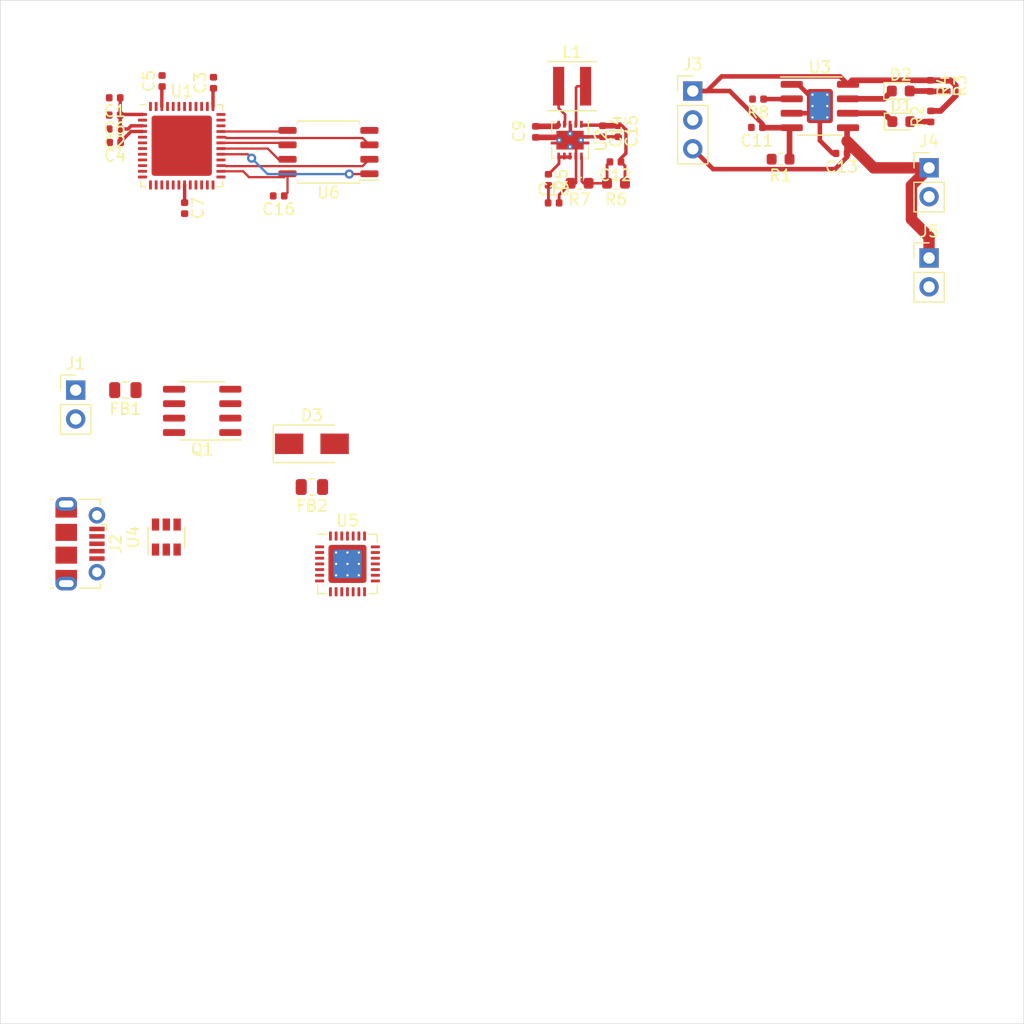
<source format=kicad_pcb>
(kicad_pcb (version 20171130) (host pcbnew 5.1.5+dfsg1-2build2)

  (general
    (thickness 1.6)
    (drawings 4)
    (tracks 145)
    (zones 0)
    (modules 41)
    (nets 31)
  )

  (page A4)
  (layers
    (0 F.Cu signal)
    (1 In1.Cu signal)
    (2 In2.Cu signal)
    (31 B.Cu signal)
    (32 B.Adhes user)
    (33 F.Adhes user)
    (34 B.Paste user)
    (35 F.Paste user)
    (36 B.SilkS user)
    (37 F.SilkS user)
    (38 B.Mask user)
    (39 F.Mask user)
    (40 Dwgs.User user)
    (41 Cmts.User user)
    (42 Eco1.User user)
    (43 Eco2.User user)
    (44 Edge.Cuts user)
    (45 Margin user)
    (46 B.CrtYd user)
    (47 F.CrtYd user)
    (48 B.Fab user)
    (49 F.Fab user hide)
  )

  (setup
    (last_trace_width 0.2)
    (user_trace_width 0.2)
    (user_trace_width 0.3)
    (user_trace_width 0.4)
    (user_trace_width 0.5)
    (user_trace_width 0.75)
    (user_trace_width 1)
    (trace_clearance 0.2)
    (zone_clearance 0.508)
    (zone_45_only no)
    (trace_min 0.2)
    (via_size 0.8)
    (via_drill 0.4)
    (via_min_size 0.4)
    (via_min_drill 0.3)
    (user_via 0.5 0.45)
    (user_via 0.6 0.45)
    (user_via 0.7 0.45)
    (uvia_size 0.3)
    (uvia_drill 0.1)
    (uvias_allowed no)
    (uvia_min_size 0.2)
    (uvia_min_drill 0.1)
    (edge_width 0.05)
    (segment_width 0.2)
    (pcb_text_width 0.3)
    (pcb_text_size 1.5 1.5)
    (mod_edge_width 0.12)
    (mod_text_size 1 1)
    (mod_text_width 0.15)
    (pad_size 1.524 1.524)
    (pad_drill 0.762)
    (pad_to_mask_clearance 0.051)
    (solder_mask_min_width 0.25)
    (aux_axis_origin 0 0)
    (visible_elements FFFFFF7F)
    (pcbplotparams
      (layerselection 0x010fc_ffffffff)
      (usegerberextensions false)
      (usegerberattributes false)
      (usegerberadvancedattributes false)
      (creategerberjobfile false)
      (excludeedgelayer true)
      (linewidth 0.100000)
      (plotframeref false)
      (viasonmask false)
      (mode 1)
      (useauxorigin false)
      (hpglpennumber 1)
      (hpglpenspeed 20)
      (hpglpendiameter 15.000000)
      (psnegative false)
      (psa4output false)
      (plotreference true)
      (plotvalue true)
      (plotinvisibletext false)
      (padsonsilk false)
      (subtractmaskfromsilk false)
      (outputformat 1)
      (mirror false)
      (drillshape 0)
      (scaleselection 1)
      (outputdirectory "./"))
  )

  (net 0 "")
  (net 1 GND)
  (net 2 +3V3)
  (net 3 Vin)
  (net 4 "Net-(C10-Pad1)")
  (net 5 "Net-(C11-Pad1)")
  (net 6 "Net-(C12-Pad2)")
  (net 7 Vraw)
  (net 8 VDD_SDIO)
  (net 9 "Net-(D1-Pad1)")
  (net 10 "Net-(D1-Pad2)")
  (net 11 "Net-(D2-Pad2)")
  (net 12 "Net-(D2-Pad1)")
  (net 13 "Net-(D3-Pad2)")
  (net 14 "Net-(FB1-Pad2)")
  (net 15 "Net-(FB1-Pad1)")
  (net 16 "Net-(FB2-Pad2)")
  (net 17 "Net-(J2-Pad6)")
  (net 18 USB_DM)
  (net 19 USB_DP)
  (net 20 "Net-(L1-Pad1)")
  (net 21 "Net-(L1-Pad2)")
  (net 22 "Net-(R5-Pad1)")
  (net 23 "Net-(R8-Pad1)")
  (net 24 SIO1)
  (net 25 PSRAM_CS)
  (net 26 SIO3)
  (net 27 SCLK)
  (net 28 SIO2)
  (net 29 SIO0)
  (net 30 "Net-(U5-Pad29)")

  (net_class Default "This is the default net class."
    (clearance 0.2)
    (trace_width 0.25)
    (via_dia 0.8)
    (via_drill 0.4)
    (uvia_dia 0.3)
    (uvia_drill 0.1)
    (add_net +3V3)
    (add_net GND)
    (add_net "Net-(C10-Pad1)")
    (add_net "Net-(C11-Pad1)")
    (add_net "Net-(C12-Pad2)")
    (add_net "Net-(D1-Pad1)")
    (add_net "Net-(D1-Pad2)")
    (add_net "Net-(D2-Pad1)")
    (add_net "Net-(D2-Pad2)")
    (add_net "Net-(D3-Pad2)")
    (add_net "Net-(FB1-Pad1)")
    (add_net "Net-(FB1-Pad2)")
    (add_net "Net-(FB2-Pad2)")
    (add_net "Net-(J2-Pad6)")
    (add_net "Net-(L1-Pad1)")
    (add_net "Net-(L1-Pad2)")
    (add_net "Net-(R5-Pad1)")
    (add_net "Net-(R8-Pad1)")
    (add_net "Net-(U5-Pad29)")
    (add_net PSRAM_CS)
    (add_net SCLK)
    (add_net SIO0)
    (add_net SIO1)
    (add_net SIO2)
    (add_net SIO3)
    (add_net USB_DM)
    (add_net USB_DP)
    (add_net VDD_SDIO)
    (add_net Vin)
    (add_net Vraw)
  )

  (module Capacitor_SMD:C_0402_1005Metric (layer F.Cu) (tedit 5B301BBE) (tstamp 5FA8A8D4)
    (at 50.062 38.5724 180)
    (descr "Capacitor SMD 0402 (1005 Metric), square (rectangular) end terminal, IPC_7351 nominal, (Body size source: http://www.tortai-tech.com/upload/download/2011102023233369053.pdf), generated with kicad-footprint-generator")
    (tags capacitor)
    (path /5FA017D3)
    (attr smd)
    (fp_text reference C1 (at 0 -1.17) (layer F.SilkS)
      (effects (font (size 1 1) (thickness 0.15)))
    )
    (fp_text value 10u (at 0 1.17) (layer F.Fab)
      (effects (font (size 1 1) (thickness 0.15)))
    )
    (fp_text user %R (at 0 0) (layer F.Fab)
      (effects (font (size 0.25 0.25) (thickness 0.04)))
    )
    (fp_line (start 0.93 0.47) (end -0.93 0.47) (layer F.CrtYd) (width 0.05))
    (fp_line (start 0.93 -0.47) (end 0.93 0.47) (layer F.CrtYd) (width 0.05))
    (fp_line (start -0.93 -0.47) (end 0.93 -0.47) (layer F.CrtYd) (width 0.05))
    (fp_line (start -0.93 0.47) (end -0.93 -0.47) (layer F.CrtYd) (width 0.05))
    (fp_line (start 0.5 0.25) (end -0.5 0.25) (layer F.Fab) (width 0.1))
    (fp_line (start 0.5 -0.25) (end 0.5 0.25) (layer F.Fab) (width 0.1))
    (fp_line (start -0.5 -0.25) (end 0.5 -0.25) (layer F.Fab) (width 0.1))
    (fp_line (start -0.5 0.25) (end -0.5 -0.25) (layer F.Fab) (width 0.1))
    (pad 2 smd roundrect (at 0.485 0 180) (size 0.59 0.64) (layers F.Cu F.Paste F.Mask) (roundrect_rratio 0.25)
      (net 1 GND))
    (pad 1 smd roundrect (at -0.485 0 180) (size 0.59 0.64) (layers F.Cu F.Paste F.Mask) (roundrect_rratio 0.25)
      (net 2 +3V3))
    (model ${KISYS3DMOD}/Capacitor_SMD.3dshapes/C_0402_1005Metric.wrl
      (at (xyz 0 0 0))
      (scale (xyz 1 1 1))
      (rotate (xyz 0 0 0))
    )
  )

  (module Capacitor_SMD:C_0402_1005Metric (layer F.Cu) (tedit 5B301BBE) (tstamp 5FA8A8E3)
    (at 50.062 41.3156 180)
    (descr "Capacitor SMD 0402 (1005 Metric), square (rectangular) end terminal, IPC_7351 nominal, (Body size source: http://www.tortai-tech.com/upload/download/2011102023233369053.pdf), generated with kicad-footprint-generator")
    (tags capacitor)
    (path /5F9FEA20)
    (attr smd)
    (fp_text reference C2 (at 0 -1.17) (layer F.SilkS)
      (effects (font (size 1 1) (thickness 0.15)))
    )
    (fp_text value 100n (at 0 1.17) (layer F.Fab)
      (effects (font (size 1 1) (thickness 0.15)))
    )
    (fp_line (start -0.5 0.25) (end -0.5 -0.25) (layer F.Fab) (width 0.1))
    (fp_line (start -0.5 -0.25) (end 0.5 -0.25) (layer F.Fab) (width 0.1))
    (fp_line (start 0.5 -0.25) (end 0.5 0.25) (layer F.Fab) (width 0.1))
    (fp_line (start 0.5 0.25) (end -0.5 0.25) (layer F.Fab) (width 0.1))
    (fp_line (start -0.93 0.47) (end -0.93 -0.47) (layer F.CrtYd) (width 0.05))
    (fp_line (start -0.93 -0.47) (end 0.93 -0.47) (layer F.CrtYd) (width 0.05))
    (fp_line (start 0.93 -0.47) (end 0.93 0.47) (layer F.CrtYd) (width 0.05))
    (fp_line (start 0.93 0.47) (end -0.93 0.47) (layer F.CrtYd) (width 0.05))
    (fp_text user %R (at 0 0) (layer F.Fab)
      (effects (font (size 0.25 0.25) (thickness 0.04)))
    )
    (pad 1 smd roundrect (at -0.485 0 180) (size 0.59 0.64) (layers F.Cu F.Paste F.Mask) (roundrect_rratio 0.25)
      (net 2 +3V3))
    (pad 2 smd roundrect (at 0.485 0 180) (size 0.59 0.64) (layers F.Cu F.Paste F.Mask) (roundrect_rratio 0.25)
      (net 1 GND))
    (model ${KISYS3DMOD}/Capacitor_SMD.3dshapes/C_0402_1005Metric.wrl
      (at (xyz 0 0 0))
      (scale (xyz 1 1 1))
      (rotate (xyz 0 0 0))
    )
  )

  (module Capacitor_SMD:C_0402_1005Metric (layer F.Cu) (tedit 5B301BBE) (tstamp 5FA8A8F2)
    (at 58.7488 37.2516 90)
    (descr "Capacitor SMD 0402 (1005 Metric), square (rectangular) end terminal, IPC_7351 nominal, (Body size source: http://www.tortai-tech.com/upload/download/2011102023233369053.pdf), generated with kicad-footprint-generator")
    (tags capacitor)
    (path /5F9FEF39)
    (attr smd)
    (fp_text reference C3 (at 0 -1.17 90) (layer F.SilkS)
      (effects (font (size 1 1) (thickness 0.15)))
    )
    (fp_text value 100n (at 0 1.17 90) (layer F.Fab)
      (effects (font (size 1 1) (thickness 0.15)))
    )
    (fp_text user %R (at 0 0 90) (layer F.Fab)
      (effects (font (size 0.25 0.25) (thickness 0.04)))
    )
    (fp_line (start 0.93 0.47) (end -0.93 0.47) (layer F.CrtYd) (width 0.05))
    (fp_line (start 0.93 -0.47) (end 0.93 0.47) (layer F.CrtYd) (width 0.05))
    (fp_line (start -0.93 -0.47) (end 0.93 -0.47) (layer F.CrtYd) (width 0.05))
    (fp_line (start -0.93 0.47) (end -0.93 -0.47) (layer F.CrtYd) (width 0.05))
    (fp_line (start 0.5 0.25) (end -0.5 0.25) (layer F.Fab) (width 0.1))
    (fp_line (start 0.5 -0.25) (end 0.5 0.25) (layer F.Fab) (width 0.1))
    (fp_line (start -0.5 -0.25) (end 0.5 -0.25) (layer F.Fab) (width 0.1))
    (fp_line (start -0.5 0.25) (end -0.5 -0.25) (layer F.Fab) (width 0.1))
    (pad 2 smd roundrect (at 0.485 0 90) (size 0.59 0.64) (layers F.Cu F.Paste F.Mask) (roundrect_rratio 0.25)
      (net 1 GND))
    (pad 1 smd roundrect (at -0.485 0 90) (size 0.59 0.64) (layers F.Cu F.Paste F.Mask) (roundrect_rratio 0.25)
      (net 2 +3V3))
    (model ${KISYS3DMOD}/Capacitor_SMD.3dshapes/C_0402_1005Metric.wrl
      (at (xyz 0 0 0))
      (scale (xyz 1 1 1))
      (rotate (xyz 0 0 0))
    )
  )

  (module Capacitor_SMD:C_0402_1005Metric (layer F.Cu) (tedit 5B301BBE) (tstamp 5FA903BF)
    (at 50.1 42.5 180)
    (descr "Capacitor SMD 0402 (1005 Metric), square (rectangular) end terminal, IPC_7351 nominal, (Body size source: http://www.tortai-tech.com/upload/download/2011102023233369053.pdf), generated with kicad-footprint-generator")
    (tags capacitor)
    (path /5F9FF46A)
    (attr smd)
    (fp_text reference C4 (at 0 -1.17) (layer F.SilkS)
      (effects (font (size 1 1) (thickness 0.15)))
    )
    (fp_text value 100n (at 0 1.17) (layer F.Fab)
      (effects (font (size 1 1) (thickness 0.15)))
    )
    (fp_text user %R (at 0 0) (layer F.Fab)
      (effects (font (size 0.25 0.25) (thickness 0.04)))
    )
    (fp_line (start 0.93 0.47) (end -0.93 0.47) (layer F.CrtYd) (width 0.05))
    (fp_line (start 0.93 -0.47) (end 0.93 0.47) (layer F.CrtYd) (width 0.05))
    (fp_line (start -0.93 -0.47) (end 0.93 -0.47) (layer F.CrtYd) (width 0.05))
    (fp_line (start -0.93 0.47) (end -0.93 -0.47) (layer F.CrtYd) (width 0.05))
    (fp_line (start 0.5 0.25) (end -0.5 0.25) (layer F.Fab) (width 0.1))
    (fp_line (start 0.5 -0.25) (end 0.5 0.25) (layer F.Fab) (width 0.1))
    (fp_line (start -0.5 -0.25) (end 0.5 -0.25) (layer F.Fab) (width 0.1))
    (fp_line (start -0.5 0.25) (end -0.5 -0.25) (layer F.Fab) (width 0.1))
    (pad 2 smd roundrect (at 0.485 0 180) (size 0.59 0.64) (layers F.Cu F.Paste F.Mask) (roundrect_rratio 0.25)
      (net 1 GND))
    (pad 1 smd roundrect (at -0.485 0 180) (size 0.59 0.64) (layers F.Cu F.Paste F.Mask) (roundrect_rratio 0.25)
      (net 2 +3V3))
    (model ${KISYS3DMOD}/Capacitor_SMD.3dshapes/C_0402_1005Metric.wrl
      (at (xyz 0 0 0))
      (scale (xyz 1 1 1))
      (rotate (xyz 0 0 0))
    )
  )

  (module Capacitor_SMD:C_0402_1005Metric (layer F.Cu) (tedit 5B301BBE) (tstamp 5FA8A910)
    (at 54.2276 37.0992 90)
    (descr "Capacitor SMD 0402 (1005 Metric), square (rectangular) end terminal, IPC_7351 nominal, (Body size source: http://www.tortai-tech.com/upload/download/2011102023233369053.pdf), generated with kicad-footprint-generator")
    (tags capacitor)
    (path /5F9FF925)
    (attr smd)
    (fp_text reference C5 (at 0 -1.17 90) (layer F.SilkS)
      (effects (font (size 1 1) (thickness 0.15)))
    )
    (fp_text value 100n (at 0 1.17 90) (layer F.Fab)
      (effects (font (size 1 1) (thickness 0.15)))
    )
    (fp_text user %R (at 0 0 90) (layer F.Fab)
      (effects (font (size 0.25 0.25) (thickness 0.04)))
    )
    (fp_line (start 0.93 0.47) (end -0.93 0.47) (layer F.CrtYd) (width 0.05))
    (fp_line (start 0.93 -0.47) (end 0.93 0.47) (layer F.CrtYd) (width 0.05))
    (fp_line (start -0.93 -0.47) (end 0.93 -0.47) (layer F.CrtYd) (width 0.05))
    (fp_line (start -0.93 0.47) (end -0.93 -0.47) (layer F.CrtYd) (width 0.05))
    (fp_line (start 0.5 0.25) (end -0.5 0.25) (layer F.Fab) (width 0.1))
    (fp_line (start 0.5 -0.25) (end 0.5 0.25) (layer F.Fab) (width 0.1))
    (fp_line (start -0.5 -0.25) (end 0.5 -0.25) (layer F.Fab) (width 0.1))
    (fp_line (start -0.5 0.25) (end -0.5 -0.25) (layer F.Fab) (width 0.1))
    (pad 2 smd roundrect (at 0.485 0 90) (size 0.59 0.64) (layers F.Cu F.Paste F.Mask) (roundrect_rratio 0.25)
      (net 1 GND))
    (pad 1 smd roundrect (at -0.485 0 90) (size 0.59 0.64) (layers F.Cu F.Paste F.Mask) (roundrect_rratio 0.25)
      (net 2 +3V3))
    (model ${KISYS3DMOD}/Capacitor_SMD.3dshapes/C_0402_1005Metric.wrl
      (at (xyz 0 0 0))
      (scale (xyz 1 1 1))
      (rotate (xyz 0 0 0))
    )
  )

  (module Capacitor_SMD:C_0402_1005Metric (layer F.Cu) (tedit 5B301BBE) (tstamp 5FA8A91F)
    (at 50.062 40.0964 180)
    (descr "Capacitor SMD 0402 (1005 Metric), square (rectangular) end terminal, IPC_7351 nominal, (Body size source: http://www.tortai-tech.com/upload/download/2011102023233369053.pdf), generated with kicad-footprint-generator")
    (tags capacitor)
    (path /5F9FFD04)
    (attr smd)
    (fp_text reference C6 (at 0 -1.17) (layer F.SilkS)
      (effects (font (size 1 1) (thickness 0.15)))
    )
    (fp_text value 100n (at 0 1.17) (layer F.Fab)
      (effects (font (size 1 1) (thickness 0.15)))
    )
    (fp_line (start -0.5 0.25) (end -0.5 -0.25) (layer F.Fab) (width 0.1))
    (fp_line (start -0.5 -0.25) (end 0.5 -0.25) (layer F.Fab) (width 0.1))
    (fp_line (start 0.5 -0.25) (end 0.5 0.25) (layer F.Fab) (width 0.1))
    (fp_line (start 0.5 0.25) (end -0.5 0.25) (layer F.Fab) (width 0.1))
    (fp_line (start -0.93 0.47) (end -0.93 -0.47) (layer F.CrtYd) (width 0.05))
    (fp_line (start -0.93 -0.47) (end 0.93 -0.47) (layer F.CrtYd) (width 0.05))
    (fp_line (start 0.93 -0.47) (end 0.93 0.47) (layer F.CrtYd) (width 0.05))
    (fp_line (start 0.93 0.47) (end -0.93 0.47) (layer F.CrtYd) (width 0.05))
    (fp_text user %R (at 0 0) (layer F.Fab)
      (effects (font (size 0.25 0.25) (thickness 0.04)))
    )
    (pad 1 smd roundrect (at -0.485 0 180) (size 0.59 0.64) (layers F.Cu F.Paste F.Mask) (roundrect_rratio 0.25)
      (net 2 +3V3))
    (pad 2 smd roundrect (at 0.485 0 180) (size 0.59 0.64) (layers F.Cu F.Paste F.Mask) (roundrect_rratio 0.25)
      (net 1 GND))
    (model ${KISYS3DMOD}/Capacitor_SMD.3dshapes/C_0402_1005Metric.wrl
      (at (xyz 0 0 0))
      (scale (xyz 1 1 1))
      (rotate (xyz 0 0 0))
    )
  )

  (module Capacitor_SMD:C_0402_1005Metric (layer F.Cu) (tedit 5B301BBE) (tstamp 5FA8A92E)
    (at 56.2088 48.2752 270)
    (descr "Capacitor SMD 0402 (1005 Metric), square (rectangular) end terminal, IPC_7351 nominal, (Body size source: http://www.tortai-tech.com/upload/download/2011102023233369053.pdf), generated with kicad-footprint-generator")
    (tags capacitor)
    (path /5FA00097)
    (attr smd)
    (fp_text reference C7 (at 0 -1.17 90) (layer F.SilkS)
      (effects (font (size 1 1) (thickness 0.15)))
    )
    (fp_text value 100n (at 0 1.17 90) (layer F.Fab)
      (effects (font (size 1 1) (thickness 0.15)))
    )
    (fp_text user %R (at 0 0 90) (layer F.Fab)
      (effects (font (size 0.25 0.25) (thickness 0.04)))
    )
    (fp_line (start 0.93 0.47) (end -0.93 0.47) (layer F.CrtYd) (width 0.05))
    (fp_line (start 0.93 -0.47) (end 0.93 0.47) (layer F.CrtYd) (width 0.05))
    (fp_line (start -0.93 -0.47) (end 0.93 -0.47) (layer F.CrtYd) (width 0.05))
    (fp_line (start -0.93 0.47) (end -0.93 -0.47) (layer F.CrtYd) (width 0.05))
    (fp_line (start 0.5 0.25) (end -0.5 0.25) (layer F.Fab) (width 0.1))
    (fp_line (start 0.5 -0.25) (end 0.5 0.25) (layer F.Fab) (width 0.1))
    (fp_line (start -0.5 -0.25) (end 0.5 -0.25) (layer F.Fab) (width 0.1))
    (fp_line (start -0.5 0.25) (end -0.5 -0.25) (layer F.Fab) (width 0.1))
    (pad 2 smd roundrect (at 0.485 0 270) (size 0.59 0.64) (layers F.Cu F.Paste F.Mask) (roundrect_rratio 0.25)
      (net 1 GND))
    (pad 1 smd roundrect (at -0.485 0 270) (size 0.59 0.64) (layers F.Cu F.Paste F.Mask) (roundrect_rratio 0.25)
      (net 2 +3V3))
    (model ${KISYS3DMOD}/Capacitor_SMD.3dshapes/C_0402_1005Metric.wrl
      (at (xyz 0 0 0))
      (scale (xyz 1 1 1))
      (rotate (xyz 0 0 0))
    )
  )

  (module Capacitor_SMD:C_0402_1005Metric (layer F.Cu) (tedit 5B301BBE) (tstamp 5FA8A546)
    (at 87.0812 41.5696 270)
    (descr "Capacitor SMD 0402 (1005 Metric), square (rectangular) end terminal, IPC_7351 nominal, (Body size source: http://www.tortai-tech.com/upload/download/2011102023233369053.pdf), generated with kicad-footprint-generator")
    (tags capacitor)
    (path /5FAEC0DE)
    (attr smd)
    (fp_text reference C9 (at -0.0508 1.4732 90) (layer F.SilkS)
      (effects (font (size 1 1) (thickness 0.15)))
    )
    (fp_text value 10u (at 0 1.17 90) (layer F.Fab)
      (effects (font (size 1 1) (thickness 0.15)))
    )
    (fp_line (start -0.5 0.25) (end -0.5 -0.25) (layer F.Fab) (width 0.1))
    (fp_line (start -0.5 -0.25) (end 0.5 -0.25) (layer F.Fab) (width 0.1))
    (fp_line (start 0.5 -0.25) (end 0.5 0.25) (layer F.Fab) (width 0.1))
    (fp_line (start 0.5 0.25) (end -0.5 0.25) (layer F.Fab) (width 0.1))
    (fp_line (start -0.93 0.47) (end -0.93 -0.47) (layer F.CrtYd) (width 0.05))
    (fp_line (start -0.93 -0.47) (end 0.93 -0.47) (layer F.CrtYd) (width 0.05))
    (fp_line (start 0.93 -0.47) (end 0.93 0.47) (layer F.CrtYd) (width 0.05))
    (fp_line (start 0.93 0.47) (end -0.93 0.47) (layer F.CrtYd) (width 0.05))
    (fp_text user %R (at 0 0 90) (layer F.Fab)
      (effects (font (size 0.25 0.25) (thickness 0.04)))
    )
    (pad 1 smd roundrect (at -0.485 0 270) (size 0.59 0.64) (layers F.Cu F.Paste F.Mask) (roundrect_rratio 0.25)
      (net 3 Vin))
    (pad 2 smd roundrect (at 0.485 0 270) (size 0.59 0.64) (layers F.Cu F.Paste F.Mask) (roundrect_rratio 0.25)
      (net 1 GND))
    (model ${KISYS3DMOD}/Capacitor_SMD.3dshapes/C_0402_1005Metric.wrl
      (at (xyz 0 0 0))
      (scale (xyz 1 1 1))
      (rotate (xyz 0 0 0))
    )
  )

  (module Capacitor_SMD:C_0402_1005Metric (layer F.Cu) (tedit 5B301BBE) (tstamp 5FA8A95B)
    (at 88.656 47.818)
    (descr "Capacitor SMD 0402 (1005 Metric), square (rectangular) end terminal, IPC_7351 nominal, (Body size source: http://www.tortai-tech.com/upload/download/2011102023233369053.pdf), generated with kicad-footprint-generator")
    (tags capacitor)
    (path /5FACB70C)
    (attr smd)
    (fp_text reference C10 (at 0 -1.17) (layer F.SilkS)
      (effects (font (size 1 1) (thickness 0.15)))
    )
    (fp_text value 100n (at 0 1.17) (layer F.Fab)
      (effects (font (size 1 1) (thickness 0.15)))
    )
    (fp_line (start -0.5 0.25) (end -0.5 -0.25) (layer F.Fab) (width 0.1))
    (fp_line (start -0.5 -0.25) (end 0.5 -0.25) (layer F.Fab) (width 0.1))
    (fp_line (start 0.5 -0.25) (end 0.5 0.25) (layer F.Fab) (width 0.1))
    (fp_line (start 0.5 0.25) (end -0.5 0.25) (layer F.Fab) (width 0.1))
    (fp_line (start -0.93 0.47) (end -0.93 -0.47) (layer F.CrtYd) (width 0.05))
    (fp_line (start -0.93 -0.47) (end 0.93 -0.47) (layer F.CrtYd) (width 0.05))
    (fp_line (start 0.93 -0.47) (end 0.93 0.47) (layer F.CrtYd) (width 0.05))
    (fp_line (start 0.93 0.47) (end -0.93 0.47) (layer F.CrtYd) (width 0.05))
    (fp_text user %R (at 0 0) (layer F.Fab)
      (effects (font (size 0.25 0.25) (thickness 0.04)))
    )
    (pad 1 smd roundrect (at -0.485 0) (size 0.59 0.64) (layers F.Cu F.Paste F.Mask) (roundrect_rratio 0.25)
      (net 4 "Net-(C10-Pad1)"))
    (pad 2 smd roundrect (at 0.485 0) (size 0.59 0.64) (layers F.Cu F.Paste F.Mask) (roundrect_rratio 0.25)
      (net 1 GND))
    (model ${KISYS3DMOD}/Capacitor_SMD.3dshapes/C_0402_1005Metric.wrl
      (at (xyz 0 0 0))
      (scale (xyz 1 1 1))
      (rotate (xyz 0 0 0))
    )
  )

  (module Capacitor_SMD:C_0402_1005Metric (layer F.Cu) (tedit 5B301BBE) (tstamp 5FA8A96A)
    (at 106.5312 41.1784 180)
    (descr "Capacitor SMD 0402 (1005 Metric), square (rectangular) end terminal, IPC_7351 nominal, (Body size source: http://www.tortai-tech.com/upload/download/2011102023233369053.pdf), generated with kicad-footprint-generator")
    (tags capacitor)
    (path /5FB1F526)
    (attr smd)
    (fp_text reference C11 (at 0 -1.17) (layer F.SilkS)
      (effects (font (size 1 1) (thickness 0.15)))
    )
    (fp_text value 10u (at 0 1.17) (layer F.Fab)
      (effects (font (size 1 1) (thickness 0.15)))
    )
    (fp_line (start -0.5 0.25) (end -0.5 -0.25) (layer F.Fab) (width 0.1))
    (fp_line (start -0.5 -0.25) (end 0.5 -0.25) (layer F.Fab) (width 0.1))
    (fp_line (start 0.5 -0.25) (end 0.5 0.25) (layer F.Fab) (width 0.1))
    (fp_line (start 0.5 0.25) (end -0.5 0.25) (layer F.Fab) (width 0.1))
    (fp_line (start -0.93 0.47) (end -0.93 -0.47) (layer F.CrtYd) (width 0.05))
    (fp_line (start -0.93 -0.47) (end 0.93 -0.47) (layer F.CrtYd) (width 0.05))
    (fp_line (start 0.93 -0.47) (end 0.93 0.47) (layer F.CrtYd) (width 0.05))
    (fp_line (start 0.93 0.47) (end -0.93 0.47) (layer F.CrtYd) (width 0.05))
    (fp_text user %R (at 0 0) (layer F.Fab)
      (effects (font (size 0.25 0.25) (thickness 0.04)))
    )
    (pad 1 smd roundrect (at -0.485 0 180) (size 0.59 0.64) (layers F.Cu F.Paste F.Mask) (roundrect_rratio 0.25)
      (net 5 "Net-(C11-Pad1)"))
    (pad 2 smd roundrect (at 0.485 0 180) (size 0.59 0.64) (layers F.Cu F.Paste F.Mask) (roundrect_rratio 0.25)
      (net 1 GND))
    (model ${KISYS3DMOD}/Capacitor_SMD.3dshapes/C_0402_1005Metric.wrl
      (at (xyz 0 0 0))
      (scale (xyz 1 1 1))
      (rotate (xyz 0 0 0))
    )
  )

  (module Capacitor_SMD:C_0402_1005Metric (layer F.Cu) (tedit 5B301BBE) (tstamp 5FA8A979)
    (at 94.0916 44.2112 180)
    (descr "Capacitor SMD 0402 (1005 Metric), square (rectangular) end terminal, IPC_7351 nominal, (Body size source: http://www.tortai-tech.com/upload/download/2011102023233369053.pdf), generated with kicad-footprint-generator")
    (tags capacitor)
    (path /5FAAD83F)
    (attr smd)
    (fp_text reference C12 (at 0 -1.17) (layer F.SilkS)
      (effects (font (size 1 1) (thickness 0.15)))
    )
    (fp_text value 2.2pF (at 0 1.17) (layer F.Fab)
      (effects (font (size 1 1) (thickness 0.15)))
    )
    (fp_text user %R (at 0 0) (layer F.Fab)
      (effects (font (size 0.25 0.25) (thickness 0.04)))
    )
    (fp_line (start 0.93 0.47) (end -0.93 0.47) (layer F.CrtYd) (width 0.05))
    (fp_line (start 0.93 -0.47) (end 0.93 0.47) (layer F.CrtYd) (width 0.05))
    (fp_line (start -0.93 -0.47) (end 0.93 -0.47) (layer F.CrtYd) (width 0.05))
    (fp_line (start -0.93 0.47) (end -0.93 -0.47) (layer F.CrtYd) (width 0.05))
    (fp_line (start 0.5 0.25) (end -0.5 0.25) (layer F.Fab) (width 0.1))
    (fp_line (start 0.5 -0.25) (end 0.5 0.25) (layer F.Fab) (width 0.1))
    (fp_line (start -0.5 -0.25) (end 0.5 -0.25) (layer F.Fab) (width 0.1))
    (fp_line (start -0.5 0.25) (end -0.5 -0.25) (layer F.Fab) (width 0.1))
    (pad 2 smd roundrect (at 0.485 0 180) (size 0.59 0.64) (layers F.Cu F.Paste F.Mask) (roundrect_rratio 0.25)
      (net 6 "Net-(C12-Pad2)"))
    (pad 1 smd roundrect (at -0.485 0 180) (size 0.59 0.64) (layers F.Cu F.Paste F.Mask) (roundrect_rratio 0.25)
      (net 2 +3V3))
    (model ${KISYS3DMOD}/Capacitor_SMD.3dshapes/C_0402_1005Metric.wrl
      (at (xyz 0 0 0))
      (scale (xyz 1 1 1))
      (rotate (xyz 0 0 0))
    )
  )

  (module Capacitor_SMD:C_0402_1005Metric (layer F.Cu) (tedit 5B301BBE) (tstamp 5FA8A988)
    (at 113.9758 43.4644 180)
    (descr "Capacitor SMD 0402 (1005 Metric), square (rectangular) end terminal, IPC_7351 nominal, (Body size source: http://www.tortai-tech.com/upload/download/2011102023233369053.pdf), generated with kicad-footprint-generator")
    (tags capacitor)
    (path /5FB283F2)
    (attr smd)
    (fp_text reference C13 (at 0 -1.17) (layer F.SilkS)
      (effects (font (size 1 1) (thickness 0.15)))
    )
    (fp_text value 10u (at 0 1.17) (layer F.Fab)
      (effects (font (size 1 1) (thickness 0.15)))
    )
    (fp_text user %R (at 0 0) (layer F.Fab)
      (effects (font (size 0.25 0.25) (thickness 0.04)))
    )
    (fp_line (start 0.93 0.47) (end -0.93 0.47) (layer F.CrtYd) (width 0.05))
    (fp_line (start 0.93 -0.47) (end 0.93 0.47) (layer F.CrtYd) (width 0.05))
    (fp_line (start -0.93 -0.47) (end 0.93 -0.47) (layer F.CrtYd) (width 0.05))
    (fp_line (start -0.93 0.47) (end -0.93 -0.47) (layer F.CrtYd) (width 0.05))
    (fp_line (start 0.5 0.25) (end -0.5 0.25) (layer F.Fab) (width 0.1))
    (fp_line (start 0.5 -0.25) (end 0.5 0.25) (layer F.Fab) (width 0.1))
    (fp_line (start -0.5 -0.25) (end 0.5 -0.25) (layer F.Fab) (width 0.1))
    (fp_line (start -0.5 0.25) (end -0.5 -0.25) (layer F.Fab) (width 0.1))
    (pad 2 smd roundrect (at 0.485 0 180) (size 0.59 0.64) (layers F.Cu F.Paste F.Mask) (roundrect_rratio 0.25)
      (net 1 GND))
    (pad 1 smd roundrect (at -0.485 0 180) (size 0.59 0.64) (layers F.Cu F.Paste F.Mask) (roundrect_rratio 0.25)
      (net 7 Vraw))
    (model ${KISYS3DMOD}/Capacitor_SMD.3dshapes/C_0402_1005Metric.wrl
      (at (xyz 0 0 0))
      (scale (xyz 1 1 1))
      (rotate (xyz 0 0 0))
    )
  )

  (module Capacitor_SMD:C_0402_1005Metric (layer F.Cu) (tedit 5B301BBE) (tstamp 5FA8A997)
    (at 92.974 41.5188 270)
    (descr "Capacitor SMD 0402 (1005 Metric), square (rectangular) end terminal, IPC_7351 nominal, (Body size source: http://www.tortai-tech.com/upload/download/2011102023233369053.pdf), generated with kicad-footprint-generator")
    (tags capacitor)
    (path /5FAB3458)
    (attr smd)
    (fp_text reference C14 (at 0 -1.17 90) (layer F.SilkS)
      (effects (font (size 1 1) (thickness 0.15)))
    )
    (fp_text value 10u (at 0 1.17 90) (layer F.Fab)
      (effects (font (size 1 1) (thickness 0.15)))
    )
    (fp_line (start -0.5 0.25) (end -0.5 -0.25) (layer F.Fab) (width 0.1))
    (fp_line (start -0.5 -0.25) (end 0.5 -0.25) (layer F.Fab) (width 0.1))
    (fp_line (start 0.5 -0.25) (end 0.5 0.25) (layer F.Fab) (width 0.1))
    (fp_line (start 0.5 0.25) (end -0.5 0.25) (layer F.Fab) (width 0.1))
    (fp_line (start -0.93 0.47) (end -0.93 -0.47) (layer F.CrtYd) (width 0.05))
    (fp_line (start -0.93 -0.47) (end 0.93 -0.47) (layer F.CrtYd) (width 0.05))
    (fp_line (start 0.93 -0.47) (end 0.93 0.47) (layer F.CrtYd) (width 0.05))
    (fp_line (start 0.93 0.47) (end -0.93 0.47) (layer F.CrtYd) (width 0.05))
    (fp_text user %R (at 0 0 90) (layer F.Fab)
      (effects (font (size 0.25 0.25) (thickness 0.04)))
    )
    (pad 1 smd roundrect (at -0.485 0 270) (size 0.59 0.64) (layers F.Cu F.Paste F.Mask) (roundrect_rratio 0.25)
      (net 2 +3V3))
    (pad 2 smd roundrect (at 0.485 0 270) (size 0.59 0.64) (layers F.Cu F.Paste F.Mask) (roundrect_rratio 0.25)
      (net 1 GND))
    (model ${KISYS3DMOD}/Capacitor_SMD.3dshapes/C_0402_1005Metric.wrl
      (at (xyz 0 0 0))
      (scale (xyz 1 1 1))
      (rotate (xyz 0 0 0))
    )
  )

  (module Capacitor_SMD:C_0402_1005Metric (layer F.Cu) (tedit 5B301BBE) (tstamp 5FA8A9A6)
    (at 94.3456 41.5188 270)
    (descr "Capacitor SMD 0402 (1005 Metric), square (rectangular) end terminal, IPC_7351 nominal, (Body size source: http://www.tortai-tech.com/upload/download/2011102023233369053.pdf), generated with kicad-footprint-generator")
    (tags capacitor)
    (path /5FAE3142)
    (attr smd)
    (fp_text reference C15 (at 0 -1.17 90) (layer F.SilkS)
      (effects (font (size 1 1) (thickness 0.15)))
    )
    (fp_text value 10u (at 0 1.17 90) (layer F.Fab)
      (effects (font (size 1 1) (thickness 0.15)))
    )
    (fp_text user %R (at 0 0 90) (layer F.Fab)
      (effects (font (size 0.25 0.25) (thickness 0.04)))
    )
    (fp_line (start 0.93 0.47) (end -0.93 0.47) (layer F.CrtYd) (width 0.05))
    (fp_line (start 0.93 -0.47) (end 0.93 0.47) (layer F.CrtYd) (width 0.05))
    (fp_line (start -0.93 -0.47) (end 0.93 -0.47) (layer F.CrtYd) (width 0.05))
    (fp_line (start -0.93 0.47) (end -0.93 -0.47) (layer F.CrtYd) (width 0.05))
    (fp_line (start 0.5 0.25) (end -0.5 0.25) (layer F.Fab) (width 0.1))
    (fp_line (start 0.5 -0.25) (end 0.5 0.25) (layer F.Fab) (width 0.1))
    (fp_line (start -0.5 -0.25) (end 0.5 -0.25) (layer F.Fab) (width 0.1))
    (fp_line (start -0.5 0.25) (end -0.5 -0.25) (layer F.Fab) (width 0.1))
    (pad 2 smd roundrect (at 0.485 0 270) (size 0.59 0.64) (layers F.Cu F.Paste F.Mask) (roundrect_rratio 0.25)
      (net 1 GND))
    (pad 1 smd roundrect (at -0.485 0 270) (size 0.59 0.64) (layers F.Cu F.Paste F.Mask) (roundrect_rratio 0.25)
      (net 2 +3V3))
    (model ${KISYS3DMOD}/Capacitor_SMD.3dshapes/C_0402_1005Metric.wrl
      (at (xyz 0 0 0))
      (scale (xyz 1 1 1))
      (rotate (xyz 0 0 0))
    )
  )

  (module Capacitor_SMD:C_0402_1005Metric (layer F.Cu) (tedit 5B301BBE) (tstamp 5FA8E03B)
    (at 64.485 47.2 180)
    (descr "Capacitor SMD 0402 (1005 Metric), square (rectangular) end terminal, IPC_7351 nominal, (Body size source: http://www.tortai-tech.com/upload/download/2011102023233369053.pdf), generated with kicad-footprint-generator")
    (tags capacitor)
    (path /5F9F68EB)
    (attr smd)
    (fp_text reference C16 (at 0 -1.17) (layer F.SilkS)
      (effects (font (size 1 1) (thickness 0.15)))
    )
    (fp_text value 100n (at 0 1.17) (layer F.Fab)
      (effects (font (size 1 1) (thickness 0.15)))
    )
    (fp_line (start -0.5 0.25) (end -0.5 -0.25) (layer F.Fab) (width 0.1))
    (fp_line (start -0.5 -0.25) (end 0.5 -0.25) (layer F.Fab) (width 0.1))
    (fp_line (start 0.5 -0.25) (end 0.5 0.25) (layer F.Fab) (width 0.1))
    (fp_line (start 0.5 0.25) (end -0.5 0.25) (layer F.Fab) (width 0.1))
    (fp_line (start -0.93 0.47) (end -0.93 -0.47) (layer F.CrtYd) (width 0.05))
    (fp_line (start -0.93 -0.47) (end 0.93 -0.47) (layer F.CrtYd) (width 0.05))
    (fp_line (start 0.93 -0.47) (end 0.93 0.47) (layer F.CrtYd) (width 0.05))
    (fp_line (start 0.93 0.47) (end -0.93 0.47) (layer F.CrtYd) (width 0.05))
    (fp_text user %R (at 0 0) (layer F.Fab)
      (effects (font (size 0.25 0.25) (thickness 0.04)))
    )
    (pad 1 smd roundrect (at -0.485 0 180) (size 0.59 0.64) (layers F.Cu F.Paste F.Mask) (roundrect_rratio 0.25)
      (net 8 VDD_SDIO))
    (pad 2 smd roundrect (at 0.485 0 180) (size 0.59 0.64) (layers F.Cu F.Paste F.Mask) (roundrect_rratio 0.25)
      (net 1 GND))
    (model ${KISYS3DMOD}/Capacitor_SMD.3dshapes/C_0402_1005Metric.wrl
      (at (xyz 0 0 0))
      (scale (xyz 1 1 1))
      (rotate (xyz 0 0 0))
    )
  )

  (module LED_SMD:LED_0603_1608Metric (layer F.Cu) (tedit 5B301BBE) (tstamp 5FA8A9C8)
    (at 119.2312 40.6704)
    (descr "LED SMD 0603 (1608 Metric), square (rectangular) end terminal, IPC_7351 nominal, (Body size source: http://www.tortai-tech.com/upload/download/2011102023233369053.pdf), generated with kicad-footprint-generator")
    (tags diode)
    (path /5FCA0A0E)
    (attr smd)
    (fp_text reference D1 (at 0 -1.43) (layer F.SilkS)
      (effects (font (size 1 1) (thickness 0.15)))
    )
    (fp_text value ledgreen (at 0 1.43) (layer F.Fab)
      (effects (font (size 1 1) (thickness 0.15)))
    )
    (fp_line (start 0.8 -0.4) (end -0.5 -0.4) (layer F.Fab) (width 0.1))
    (fp_line (start -0.5 -0.4) (end -0.8 -0.1) (layer F.Fab) (width 0.1))
    (fp_line (start -0.8 -0.1) (end -0.8 0.4) (layer F.Fab) (width 0.1))
    (fp_line (start -0.8 0.4) (end 0.8 0.4) (layer F.Fab) (width 0.1))
    (fp_line (start 0.8 0.4) (end 0.8 -0.4) (layer F.Fab) (width 0.1))
    (fp_line (start 0.8 -0.735) (end -1.485 -0.735) (layer F.SilkS) (width 0.12))
    (fp_line (start -1.485 -0.735) (end -1.485 0.735) (layer F.SilkS) (width 0.12))
    (fp_line (start -1.485 0.735) (end 0.8 0.735) (layer F.SilkS) (width 0.12))
    (fp_line (start -1.48 0.73) (end -1.48 -0.73) (layer F.CrtYd) (width 0.05))
    (fp_line (start -1.48 -0.73) (end 1.48 -0.73) (layer F.CrtYd) (width 0.05))
    (fp_line (start 1.48 -0.73) (end 1.48 0.73) (layer F.CrtYd) (width 0.05))
    (fp_line (start 1.48 0.73) (end -1.48 0.73) (layer F.CrtYd) (width 0.05))
    (fp_text user %R (at 0 0) (layer F.Fab)
      (effects (font (size 0.4 0.4) (thickness 0.06)))
    )
    (pad 1 smd roundrect (at -0.7875 0) (size 0.875 0.95) (layers F.Cu F.Paste F.Mask) (roundrect_rratio 0.25)
      (net 9 "Net-(D1-Pad1)"))
    (pad 2 smd roundrect (at 0.7875 0) (size 0.875 0.95) (layers F.Cu F.Paste F.Mask) (roundrect_rratio 0.25)
      (net 10 "Net-(D1-Pad2)"))
    (model ${KISYS3DMOD}/LED_SMD.3dshapes/LED_0603_1608Metric.wrl
      (at (xyz 0 0 0))
      (scale (xyz 1 1 1))
      (rotate (xyz 0 0 0))
    )
  )

  (module LED_SMD:LED_0603_1608Metric (layer F.Cu) (tedit 5B301BBE) (tstamp 5FA8A9DB)
    (at 119.1804 37.978)
    (descr "LED SMD 0603 (1608 Metric), square (rectangular) end terminal, IPC_7351 nominal, (Body size source: http://www.tortai-tech.com/upload/download/2011102023233369053.pdf), generated with kicad-footprint-generator")
    (tags diode)
    (path /5FCA0178)
    (attr smd)
    (fp_text reference D2 (at 0 -1.43) (layer F.SilkS)
      (effects (font (size 1 1) (thickness 0.15)))
    )
    (fp_text value ledyellow (at 0 1.43) (layer F.Fab)
      (effects (font (size 1 1) (thickness 0.15)))
    )
    (fp_text user %R (at 0 0) (layer F.Fab)
      (effects (font (size 0.4 0.4) (thickness 0.06)))
    )
    (fp_line (start 1.48 0.73) (end -1.48 0.73) (layer F.CrtYd) (width 0.05))
    (fp_line (start 1.48 -0.73) (end 1.48 0.73) (layer F.CrtYd) (width 0.05))
    (fp_line (start -1.48 -0.73) (end 1.48 -0.73) (layer F.CrtYd) (width 0.05))
    (fp_line (start -1.48 0.73) (end -1.48 -0.73) (layer F.CrtYd) (width 0.05))
    (fp_line (start -1.485 0.735) (end 0.8 0.735) (layer F.SilkS) (width 0.12))
    (fp_line (start -1.485 -0.735) (end -1.485 0.735) (layer F.SilkS) (width 0.12))
    (fp_line (start 0.8 -0.735) (end -1.485 -0.735) (layer F.SilkS) (width 0.12))
    (fp_line (start 0.8 0.4) (end 0.8 -0.4) (layer F.Fab) (width 0.1))
    (fp_line (start -0.8 0.4) (end 0.8 0.4) (layer F.Fab) (width 0.1))
    (fp_line (start -0.8 -0.1) (end -0.8 0.4) (layer F.Fab) (width 0.1))
    (fp_line (start -0.5 -0.4) (end -0.8 -0.1) (layer F.Fab) (width 0.1))
    (fp_line (start 0.8 -0.4) (end -0.5 -0.4) (layer F.Fab) (width 0.1))
    (pad 2 smd roundrect (at 0.7875 0) (size 0.875 0.95) (layers F.Cu F.Paste F.Mask) (roundrect_rratio 0.25)
      (net 11 "Net-(D2-Pad2)"))
    (pad 1 smd roundrect (at -0.7875 0) (size 0.875 0.95) (layers F.Cu F.Paste F.Mask) (roundrect_rratio 0.25)
      (net 12 "Net-(D2-Pad1)"))
    (model ${KISYS3DMOD}/LED_SMD.3dshapes/LED_0603_1608Metric.wrl
      (at (xyz 0 0 0))
      (scale (xyz 1 1 1))
      (rotate (xyz 0 0 0))
    )
  )

  (module Diode_SMD:D_SMA (layer F.Cu) (tedit 586432E5) (tstamp 5FA8A9F3)
    (at 67.4 69)
    (descr "Diode SMA (DO-214AC)")
    (tags "Diode SMA (DO-214AC)")
    (path /5FACDF9F)
    (attr smd)
    (fp_text reference D3 (at 0 -2.5) (layer F.SilkS)
      (effects (font (size 1 1) (thickness 0.15)))
    )
    (fp_text value SS210 (at 0 2.6) (layer F.Fab)
      (effects (font (size 1 1) (thickness 0.15)))
    )
    (fp_text user %R (at 0 -2.5) (layer F.Fab)
      (effects (font (size 1 1) (thickness 0.15)))
    )
    (fp_line (start -3.4 -1.65) (end -3.4 1.65) (layer F.SilkS) (width 0.12))
    (fp_line (start 2.3 1.5) (end -2.3 1.5) (layer F.Fab) (width 0.1))
    (fp_line (start -2.3 1.5) (end -2.3 -1.5) (layer F.Fab) (width 0.1))
    (fp_line (start 2.3 -1.5) (end 2.3 1.5) (layer F.Fab) (width 0.1))
    (fp_line (start 2.3 -1.5) (end -2.3 -1.5) (layer F.Fab) (width 0.1))
    (fp_line (start -3.5 -1.75) (end 3.5 -1.75) (layer F.CrtYd) (width 0.05))
    (fp_line (start 3.5 -1.75) (end 3.5 1.75) (layer F.CrtYd) (width 0.05))
    (fp_line (start 3.5 1.75) (end -3.5 1.75) (layer F.CrtYd) (width 0.05))
    (fp_line (start -3.5 1.75) (end -3.5 -1.75) (layer F.CrtYd) (width 0.05))
    (fp_line (start -0.64944 0.00102) (end -1.55114 0.00102) (layer F.Fab) (width 0.1))
    (fp_line (start 0.50118 0.00102) (end 1.4994 0.00102) (layer F.Fab) (width 0.1))
    (fp_line (start -0.64944 -0.79908) (end -0.64944 0.80112) (layer F.Fab) (width 0.1))
    (fp_line (start 0.50118 0.75032) (end 0.50118 -0.79908) (layer F.Fab) (width 0.1))
    (fp_line (start -0.64944 0.00102) (end 0.50118 0.75032) (layer F.Fab) (width 0.1))
    (fp_line (start -0.64944 0.00102) (end 0.50118 -0.79908) (layer F.Fab) (width 0.1))
    (fp_line (start -3.4 1.65) (end 2 1.65) (layer F.SilkS) (width 0.12))
    (fp_line (start -3.4 -1.65) (end 2 -1.65) (layer F.SilkS) (width 0.12))
    (pad 1 smd rect (at -2 0) (size 2.5 1.8) (layers F.Cu F.Paste F.Mask)
      (net 3 Vin))
    (pad 2 smd rect (at 2 0) (size 2.5 1.8) (layers F.Cu F.Paste F.Mask)
      (net 13 "Net-(D3-Pad2)"))
    (model ${KISYS3DMOD}/Diode_SMD.3dshapes/D_SMA.wrl
      (at (xyz 0 0 0))
      (scale (xyz 1 1 1))
      (rotate (xyz 0 0 0))
    )
  )

  (module Inductor_SMD:L_0805_2012Metric (layer F.Cu) (tedit 5B36C52B) (tstamp 5FA8AA04)
    (at 50.998 64.2772 180)
    (descr "Inductor SMD 0805 (2012 Metric), square (rectangular) end terminal, IPC_7351 nominal, (Body size source: https://docs.google.com/spreadsheets/d/1BsfQQcO9C6DZCsRaXUlFlo91Tg2WpOkGARC1WS5S8t0/edit?usp=sharing), generated with kicad-footprint-generator")
    (tags inductor)
    (path /5FA231C5)
    (attr smd)
    (fp_text reference FB1 (at 0 -1.65) (layer F.SilkS)
      (effects (font (size 1 1) (thickness 0.15)))
    )
    (fp_text value bead (at 0 1.65) (layer F.Fab)
      (effects (font (size 1 1) (thickness 0.15)))
    )
    (fp_text user %R (at 0 0) (layer F.Fab)
      (effects (font (size 0.5 0.5) (thickness 0.08)))
    )
    (fp_line (start 1.68 0.95) (end -1.68 0.95) (layer F.CrtYd) (width 0.05))
    (fp_line (start 1.68 -0.95) (end 1.68 0.95) (layer F.CrtYd) (width 0.05))
    (fp_line (start -1.68 -0.95) (end 1.68 -0.95) (layer F.CrtYd) (width 0.05))
    (fp_line (start -1.68 0.95) (end -1.68 -0.95) (layer F.CrtYd) (width 0.05))
    (fp_line (start -0.258578 0.71) (end 0.258578 0.71) (layer F.SilkS) (width 0.12))
    (fp_line (start -0.258578 -0.71) (end 0.258578 -0.71) (layer F.SilkS) (width 0.12))
    (fp_line (start 1 0.6) (end -1 0.6) (layer F.Fab) (width 0.1))
    (fp_line (start 1 -0.6) (end 1 0.6) (layer F.Fab) (width 0.1))
    (fp_line (start -1 -0.6) (end 1 -0.6) (layer F.Fab) (width 0.1))
    (fp_line (start -1 0.6) (end -1 -0.6) (layer F.Fab) (width 0.1))
    (pad 2 smd roundrect (at 0.9375 0 180) (size 0.975 1.4) (layers F.Cu F.Paste F.Mask) (roundrect_rratio 0.25)
      (net 14 "Net-(FB1-Pad2)"))
    (pad 1 smd roundrect (at -0.9375 0 180) (size 0.975 1.4) (layers F.Cu F.Paste F.Mask) (roundrect_rratio 0.25)
      (net 15 "Net-(FB1-Pad1)"))
    (model ${KISYS3DMOD}/Inductor_SMD.3dshapes/L_0805_2012Metric.wrl
      (at (xyz 0 0 0))
      (scale (xyz 1 1 1))
      (rotate (xyz 0 0 0))
    )
  )

  (module Inductor_SMD:L_0805_2012Metric (layer F.Cu) (tedit 5B36C52B) (tstamp 5FA8AA15)
    (at 67.4 72.8 180)
    (descr "Inductor SMD 0805 (2012 Metric), square (rectangular) end terminal, IPC_7351 nominal, (Body size source: https://docs.google.com/spreadsheets/d/1BsfQQcO9C6DZCsRaXUlFlo91Tg2WpOkGARC1WS5S8t0/edit?usp=sharing), generated with kicad-footprint-generator")
    (tags inductor)
    (path /5FA2A41A)
    (attr smd)
    (fp_text reference FB2 (at 0 -1.65) (layer F.SilkS)
      (effects (font (size 1 1) (thickness 0.15)))
    )
    (fp_text value bead (at 0 1.65) (layer F.Fab)
      (effects (font (size 1 1) (thickness 0.15)))
    )
    (fp_line (start -1 0.6) (end -1 -0.6) (layer F.Fab) (width 0.1))
    (fp_line (start -1 -0.6) (end 1 -0.6) (layer F.Fab) (width 0.1))
    (fp_line (start 1 -0.6) (end 1 0.6) (layer F.Fab) (width 0.1))
    (fp_line (start 1 0.6) (end -1 0.6) (layer F.Fab) (width 0.1))
    (fp_line (start -0.258578 -0.71) (end 0.258578 -0.71) (layer F.SilkS) (width 0.12))
    (fp_line (start -0.258578 0.71) (end 0.258578 0.71) (layer F.SilkS) (width 0.12))
    (fp_line (start -1.68 0.95) (end -1.68 -0.95) (layer F.CrtYd) (width 0.05))
    (fp_line (start -1.68 -0.95) (end 1.68 -0.95) (layer F.CrtYd) (width 0.05))
    (fp_line (start 1.68 -0.95) (end 1.68 0.95) (layer F.CrtYd) (width 0.05))
    (fp_line (start 1.68 0.95) (end -1.68 0.95) (layer F.CrtYd) (width 0.05))
    (fp_text user %R (at 0 0) (layer F.Fab)
      (effects (font (size 0.5 0.5) (thickness 0.08)))
    )
    (pad 1 smd roundrect (at -0.9375 0 180) (size 0.975 1.4) (layers F.Cu F.Paste F.Mask) (roundrect_rratio 0.25)
      (net 13 "Net-(D3-Pad2)"))
    (pad 2 smd roundrect (at 0.9375 0 180) (size 0.975 1.4) (layers F.Cu F.Paste F.Mask) (roundrect_rratio 0.25)
      (net 16 "Net-(FB2-Pad2)"))
    (model ${KISYS3DMOD}/Inductor_SMD.3dshapes/L_0805_2012Metric.wrl
      (at (xyz 0 0 0))
      (scale (xyz 1 1 1))
      (rotate (xyz 0 0 0))
    )
  )

  (module Connector_PinHeader_2.54mm:PinHeader_1x02_P2.54mm_Vertical (layer F.Cu) (tedit 59FED5CC) (tstamp 5FA8AA2B)
    (at 46.6292 64.2772)
    (descr "Through hole straight pin header, 1x02, 2.54mm pitch, single row")
    (tags "Through hole pin header THT 1x02 2.54mm single row")
    (path /5FA09D6F)
    (fp_text reference J1 (at 0 -2.33) (layer F.SilkS)
      (effects (font (size 1 1) (thickness 0.15)))
    )
    (fp_text value Conn_01x02_Male (at 0 4.87) (layer F.Fab)
      (effects (font (size 1 1) (thickness 0.15)))
    )
    (fp_line (start -0.635 -1.27) (end 1.27 -1.27) (layer F.Fab) (width 0.1))
    (fp_line (start 1.27 -1.27) (end 1.27 3.81) (layer F.Fab) (width 0.1))
    (fp_line (start 1.27 3.81) (end -1.27 3.81) (layer F.Fab) (width 0.1))
    (fp_line (start -1.27 3.81) (end -1.27 -0.635) (layer F.Fab) (width 0.1))
    (fp_line (start -1.27 -0.635) (end -0.635 -1.27) (layer F.Fab) (width 0.1))
    (fp_line (start -1.33 3.87) (end 1.33 3.87) (layer F.SilkS) (width 0.12))
    (fp_line (start -1.33 1.27) (end -1.33 3.87) (layer F.SilkS) (width 0.12))
    (fp_line (start 1.33 1.27) (end 1.33 3.87) (layer F.SilkS) (width 0.12))
    (fp_line (start -1.33 1.27) (end 1.33 1.27) (layer F.SilkS) (width 0.12))
    (fp_line (start -1.33 0) (end -1.33 -1.33) (layer F.SilkS) (width 0.12))
    (fp_line (start -1.33 -1.33) (end 0 -1.33) (layer F.SilkS) (width 0.12))
    (fp_line (start -1.8 -1.8) (end -1.8 4.35) (layer F.CrtYd) (width 0.05))
    (fp_line (start -1.8 4.35) (end 1.8 4.35) (layer F.CrtYd) (width 0.05))
    (fp_line (start 1.8 4.35) (end 1.8 -1.8) (layer F.CrtYd) (width 0.05))
    (fp_line (start 1.8 -1.8) (end -1.8 -1.8) (layer F.CrtYd) (width 0.05))
    (fp_text user %R (at 0 1.27 90) (layer F.Fab)
      (effects (font (size 1 1) (thickness 0.15)))
    )
    (pad 1 thru_hole rect (at 0 0) (size 1.7 1.7) (drill 1) (layers *.Cu *.Mask)
      (net 14 "Net-(FB1-Pad2)"))
    (pad 2 thru_hole oval (at 0 2.54) (size 1.7 1.7) (drill 1) (layers *.Cu *.Mask)
      (net 1 GND))
    (model ${KISYS3DMOD}/Connector_PinHeader_2.54mm.3dshapes/PinHeader_1x02_P2.54mm_Vertical.wrl
      (at (xyz 0 0 0))
      (scale (xyz 1 1 1))
      (rotate (xyz 0 0 0))
    )
  )

  (module Connector_USB:USB_Micro-B_Molex-105017-0001 (layer F.Cu) (tedit 5A1DC0BE) (tstamp 5FA8AA54)
    (at 47.0356 77.79 270)
    (descr http://www.molex.com/pdm_docs/sd/1050170001_sd.pdf)
    (tags "Micro-USB SMD Typ-B")
    (path /5FA14D8B)
    (attr smd)
    (fp_text reference J2 (at 0 -3.1125 90) (layer F.SilkS)
      (effects (font (size 1 1) (thickness 0.15)))
    )
    (fp_text value USB_B_Micro (at 0.3 4.3375 90) (layer F.Fab)
      (effects (font (size 1 1) (thickness 0.15)))
    )
    (fp_text user "PCB Edge" (at 0 2.6875 90) (layer Dwgs.User)
      (effects (font (size 0.5 0.5) (thickness 0.08)))
    )
    (fp_text user %R (at 0 0.8875 90) (layer F.Fab)
      (effects (font (size 1 1) (thickness 0.15)))
    )
    (fp_line (start -4.4 3.64) (end 4.4 3.64) (layer F.CrtYd) (width 0.05))
    (fp_line (start 4.4 -2.46) (end 4.4 3.64) (layer F.CrtYd) (width 0.05))
    (fp_line (start -4.4 -2.46) (end 4.4 -2.46) (layer F.CrtYd) (width 0.05))
    (fp_line (start -4.4 3.64) (end -4.4 -2.46) (layer F.CrtYd) (width 0.05))
    (fp_line (start -3.9 -1.7625) (end -3.45 -1.7625) (layer F.SilkS) (width 0.12))
    (fp_line (start -3.9 0.0875) (end -3.9 -1.7625) (layer F.SilkS) (width 0.12))
    (fp_line (start 3.9 2.6375) (end 3.9 2.3875) (layer F.SilkS) (width 0.12))
    (fp_line (start 3.75 3.3875) (end 3.75 -1.6125) (layer F.Fab) (width 0.1))
    (fp_line (start -3 2.689204) (end 3 2.689204) (layer F.Fab) (width 0.1))
    (fp_line (start -3.75 3.389204) (end 3.75 3.389204) (layer F.Fab) (width 0.1))
    (fp_line (start -3.75 -1.6125) (end 3.75 -1.6125) (layer F.Fab) (width 0.1))
    (fp_line (start -3.75 3.3875) (end -3.75 -1.6125) (layer F.Fab) (width 0.1))
    (fp_line (start -3.9 2.6375) (end -3.9 2.3875) (layer F.SilkS) (width 0.12))
    (fp_line (start 3.9 0.0875) (end 3.9 -1.7625) (layer F.SilkS) (width 0.12))
    (fp_line (start 3.9 -1.7625) (end 3.45 -1.7625) (layer F.SilkS) (width 0.12))
    (fp_line (start -1.7 -2.3125) (end -1.25 -2.3125) (layer F.SilkS) (width 0.12))
    (fp_line (start -1.7 -2.3125) (end -1.7 -1.8625) (layer F.SilkS) (width 0.12))
    (fp_line (start -1.3 -1.7125) (end -1.5 -1.9125) (layer F.Fab) (width 0.1))
    (fp_line (start -1.1 -1.9125) (end -1.3 -1.7125) (layer F.Fab) (width 0.1))
    (fp_line (start -1.5 -2.1225) (end -1.1 -2.1225) (layer F.Fab) (width 0.1))
    (fp_line (start -1.5 -2.1225) (end -1.5 -1.9125) (layer F.Fab) (width 0.1))
    (fp_line (start -1.1 -2.1225) (end -1.1 -1.9125) (layer F.Fab) (width 0.1))
    (pad 6 smd rect (at 1 1.2375 270) (size 1.5 1.9) (layers F.Cu F.Paste F.Mask)
      (net 17 "Net-(J2-Pad6)"))
    (pad 6 thru_hole circle (at -2.5 -1.4625 270) (size 1.45 1.45) (drill 0.85) (layers *.Cu *.Mask)
      (net 17 "Net-(J2-Pad6)"))
    (pad 2 smd rect (at -0.65 -1.4625 270) (size 0.4 1.35) (layers F.Cu F.Paste F.Mask)
      (net 18 USB_DM))
    (pad 1 smd rect (at -1.3 -1.4625 270) (size 0.4 1.35) (layers F.Cu F.Paste F.Mask)
      (net 16 "Net-(FB2-Pad2)"))
    (pad 5 smd rect (at 1.3 -1.4625 270) (size 0.4 1.35) (layers F.Cu F.Paste F.Mask)
      (net 1 GND))
    (pad 4 smd rect (at 0.65 -1.4625 270) (size 0.4 1.35) (layers F.Cu F.Paste F.Mask))
    (pad 3 smd rect (at 0 -1.4625 270) (size 0.4 1.35) (layers F.Cu F.Paste F.Mask)
      (net 19 USB_DP))
    (pad 6 thru_hole circle (at 2.5 -1.4625 270) (size 1.45 1.45) (drill 0.85) (layers *.Cu *.Mask)
      (net 17 "Net-(J2-Pad6)"))
    (pad 6 smd rect (at -1 1.2375 270) (size 1.5 1.9) (layers F.Cu F.Paste F.Mask)
      (net 17 "Net-(J2-Pad6)"))
    (pad 6 thru_hole oval (at -3.5 1.2375 90) (size 1.2 1.9) (drill oval 0.6 1.3) (layers *.Cu *.Mask)
      (net 17 "Net-(J2-Pad6)"))
    (pad 6 thru_hole oval (at 3.5 1.2375 270) (size 1.2 1.9) (drill oval 0.6 1.3) (layers *.Cu *.Mask)
      (net 17 "Net-(J2-Pad6)"))
    (pad 6 smd rect (at 2.9 1.2375 270) (size 1.2 1.9) (layers F.Cu F.Mask)
      (net 17 "Net-(J2-Pad6)"))
    (pad 6 smd rect (at -2.9 1.2375 270) (size 1.2 1.9) (layers F.Cu F.Mask)
      (net 17 "Net-(J2-Pad6)"))
    (model ${KISYS3DMOD}/Connector_USB.3dshapes/USB_Micro-B_Molex-105017-0001.wrl
      (at (xyz 0 0 0))
      (scale (xyz 1 1 1))
      (rotate (xyz 0 0 0))
    )
  )

  (module Connector_PinHeader_2.54mm:PinHeader_1x03_P2.54mm_Vertical (layer F.Cu) (tedit 59FED5CC) (tstamp 5FA8AA6B)
    (at 100.8924 37.978)
    (descr "Through hole straight pin header, 1x03, 2.54mm pitch, single row")
    (tags "Through hole pin header THT 1x03 2.54mm single row")
    (path /5FB6AE11)
    (fp_text reference J3 (at 0 -2.33) (layer F.SilkS)
      (effects (font (size 1 1) (thickness 0.15)))
    )
    (fp_text value Conn_01x03_Male (at 0 7.41) (layer F.Fab)
      (effects (font (size 1 1) (thickness 0.15)))
    )
    (fp_line (start -0.635 -1.27) (end 1.27 -1.27) (layer F.Fab) (width 0.1))
    (fp_line (start 1.27 -1.27) (end 1.27 6.35) (layer F.Fab) (width 0.1))
    (fp_line (start 1.27 6.35) (end -1.27 6.35) (layer F.Fab) (width 0.1))
    (fp_line (start -1.27 6.35) (end -1.27 -0.635) (layer F.Fab) (width 0.1))
    (fp_line (start -1.27 -0.635) (end -0.635 -1.27) (layer F.Fab) (width 0.1))
    (fp_line (start -1.33 6.41) (end 1.33 6.41) (layer F.SilkS) (width 0.12))
    (fp_line (start -1.33 1.27) (end -1.33 6.41) (layer F.SilkS) (width 0.12))
    (fp_line (start 1.33 1.27) (end 1.33 6.41) (layer F.SilkS) (width 0.12))
    (fp_line (start -1.33 1.27) (end 1.33 1.27) (layer F.SilkS) (width 0.12))
    (fp_line (start -1.33 0) (end -1.33 -1.33) (layer F.SilkS) (width 0.12))
    (fp_line (start -1.33 -1.33) (end 0 -1.33) (layer F.SilkS) (width 0.12))
    (fp_line (start -1.8 -1.8) (end -1.8 6.85) (layer F.CrtYd) (width 0.05))
    (fp_line (start -1.8 6.85) (end 1.8 6.85) (layer F.CrtYd) (width 0.05))
    (fp_line (start 1.8 6.85) (end 1.8 -1.8) (layer F.CrtYd) (width 0.05))
    (fp_line (start 1.8 -1.8) (end -1.8 -1.8) (layer F.CrtYd) (width 0.05))
    (fp_text user %R (at 0 2.54 90) (layer F.Fab)
      (effects (font (size 1 1) (thickness 0.15)))
    )
    (pad 1 thru_hole rect (at 0 0) (size 1.7 1.7) (drill 1) (layers *.Cu *.Mask)
      (net 5 "Net-(C11-Pad1)"))
    (pad 2 thru_hole oval (at 0 2.54) (size 1.7 1.7) (drill 1) (layers *.Cu *.Mask)
      (net 3 Vin))
    (pad 3 thru_hole oval (at 0 5.08) (size 1.7 1.7) (drill 1) (layers *.Cu *.Mask)
      (net 7 Vraw))
    (model ${KISYS3DMOD}/Connector_PinHeader_2.54mm.3dshapes/PinHeader_1x03_P2.54mm_Vertical.wrl
      (at (xyz 0 0 0))
      (scale (xyz 1 1 1))
      (rotate (xyz 0 0 0))
    )
  )

  (module Connector_PinHeader_2.54mm:PinHeader_1x02_P2.54mm_Vertical (layer F.Cu) (tedit 59FED5CC) (tstamp 5FA8AA81)
    (at 121.6696 44.7344)
    (descr "Through hole straight pin header, 1x02, 2.54mm pitch, single row")
    (tags "Through hole pin header THT 1x02 2.54mm single row")
    (path /5FB3338C)
    (fp_text reference J4 (at 0 -2.33) (layer F.SilkS)
      (effects (font (size 1 1) (thickness 0.15)))
    )
    (fp_text value Conn_01x02_Male (at 0 4.87) (layer F.Fab)
      (effects (font (size 1 1) (thickness 0.15)))
    )
    (fp_line (start -0.635 -1.27) (end 1.27 -1.27) (layer F.Fab) (width 0.1))
    (fp_line (start 1.27 -1.27) (end 1.27 3.81) (layer F.Fab) (width 0.1))
    (fp_line (start 1.27 3.81) (end -1.27 3.81) (layer F.Fab) (width 0.1))
    (fp_line (start -1.27 3.81) (end -1.27 -0.635) (layer F.Fab) (width 0.1))
    (fp_line (start -1.27 -0.635) (end -0.635 -1.27) (layer F.Fab) (width 0.1))
    (fp_line (start -1.33 3.87) (end 1.33 3.87) (layer F.SilkS) (width 0.12))
    (fp_line (start -1.33 1.27) (end -1.33 3.87) (layer F.SilkS) (width 0.12))
    (fp_line (start 1.33 1.27) (end 1.33 3.87) (layer F.SilkS) (width 0.12))
    (fp_line (start -1.33 1.27) (end 1.33 1.27) (layer F.SilkS) (width 0.12))
    (fp_line (start -1.33 0) (end -1.33 -1.33) (layer F.SilkS) (width 0.12))
    (fp_line (start -1.33 -1.33) (end 0 -1.33) (layer F.SilkS) (width 0.12))
    (fp_line (start -1.8 -1.8) (end -1.8 4.35) (layer F.CrtYd) (width 0.05))
    (fp_line (start -1.8 4.35) (end 1.8 4.35) (layer F.CrtYd) (width 0.05))
    (fp_line (start 1.8 4.35) (end 1.8 -1.8) (layer F.CrtYd) (width 0.05))
    (fp_line (start 1.8 -1.8) (end -1.8 -1.8) (layer F.CrtYd) (width 0.05))
    (fp_text user %R (at 0 1.27 90) (layer F.Fab)
      (effects (font (size 1 1) (thickness 0.15)))
    )
    (pad 1 thru_hole rect (at 0 0) (size 1.7 1.7) (drill 1) (layers *.Cu *.Mask)
      (net 7 Vraw))
    (pad 2 thru_hole oval (at 0 2.54) (size 1.7 1.7) (drill 1) (layers *.Cu *.Mask)
      (net 1 GND))
    (model ${KISYS3DMOD}/Connector_PinHeader_2.54mm.3dshapes/PinHeader_1x02_P2.54mm_Vertical.wrl
      (at (xyz 0 0 0))
      (scale (xyz 1 1 1))
      (rotate (xyz 0 0 0))
    )
  )

  (module Connector_PinHeader_2.54mm:PinHeader_1x02_P2.54mm_Vertical (layer F.Cu) (tedit 59FED5CC) (tstamp 5FA8C24D)
    (at 121.6696 52.6592)
    (descr "Through hole straight pin header, 1x02, 2.54mm pitch, single row")
    (tags "Through hole pin header THT 1x02 2.54mm single row")
    (path /5FB3B0D2)
    (fp_text reference J5 (at 0 -2.33) (layer F.SilkS)
      (effects (font (size 1 1) (thickness 0.15)))
    )
    (fp_text value Conn_01x02_Male (at 0 4.87) (layer F.Fab)
      (effects (font (size 1 1) (thickness 0.15)))
    )
    (fp_text user %R (at 0 1.27 90) (layer F.Fab)
      (effects (font (size 1 1) (thickness 0.15)))
    )
    (fp_line (start 1.8 -1.8) (end -1.8 -1.8) (layer F.CrtYd) (width 0.05))
    (fp_line (start 1.8 4.35) (end 1.8 -1.8) (layer F.CrtYd) (width 0.05))
    (fp_line (start -1.8 4.35) (end 1.8 4.35) (layer F.CrtYd) (width 0.05))
    (fp_line (start -1.8 -1.8) (end -1.8 4.35) (layer F.CrtYd) (width 0.05))
    (fp_line (start -1.33 -1.33) (end 0 -1.33) (layer F.SilkS) (width 0.12))
    (fp_line (start -1.33 0) (end -1.33 -1.33) (layer F.SilkS) (width 0.12))
    (fp_line (start -1.33 1.27) (end 1.33 1.27) (layer F.SilkS) (width 0.12))
    (fp_line (start 1.33 1.27) (end 1.33 3.87) (layer F.SilkS) (width 0.12))
    (fp_line (start -1.33 1.27) (end -1.33 3.87) (layer F.SilkS) (width 0.12))
    (fp_line (start -1.33 3.87) (end 1.33 3.87) (layer F.SilkS) (width 0.12))
    (fp_line (start -1.27 -0.635) (end -0.635 -1.27) (layer F.Fab) (width 0.1))
    (fp_line (start -1.27 3.81) (end -1.27 -0.635) (layer F.Fab) (width 0.1))
    (fp_line (start 1.27 3.81) (end -1.27 3.81) (layer F.Fab) (width 0.1))
    (fp_line (start 1.27 -1.27) (end 1.27 3.81) (layer F.Fab) (width 0.1))
    (fp_line (start -0.635 -1.27) (end 1.27 -1.27) (layer F.Fab) (width 0.1))
    (pad 2 thru_hole oval (at 0 2.54) (size 1.7 1.7) (drill 1) (layers *.Cu *.Mask)
      (net 1 GND))
    (pad 1 thru_hole rect (at 0 0) (size 1.7 1.7) (drill 1) (layers *.Cu *.Mask)
      (net 7 Vraw))
    (model ${KISYS3DMOD}/Connector_PinHeader_2.54mm.3dshapes/PinHeader_1x02_P2.54mm_Vertical.wrl
      (at (xyz 0 0 0))
      (scale (xyz 1 1 1))
      (rotate (xyz 0 0 0))
    )
  )

  (module Inductor_SMD:L_Coilcraft_XxL4020 (layer F.Cu) (tedit 5A44C862) (tstamp 5FA8AAA8)
    (at 90.2816 37.5564)
    (descr "L_Coilcraft_XxL4020 https://www.coilcraft.com/pdfs/xfl4020.pdf")
    (tags "L Coilcraft XxL4020")
    (path /5FA85134)
    (attr smd)
    (fp_text reference L1 (at 0 -3) (layer F.SilkS)
      (effects (font (size 1 1) (thickness 0.15)))
    )
    (fp_text value 2.2uH (at 0 3) (layer F.Fab)
      (effects (font (size 1 1) (thickness 0.15)))
    )
    (fp_text user %R (at 0 0) (layer F.Fab)
      (effects (font (size 1 1) (thickness 0.15)))
    )
    (fp_line (start 2.154 2.154) (end -2.154 2.154) (layer F.SilkS) (width 0.12))
    (fp_line (start -2.154 -2.154) (end 2.154 -2.154) (layer F.SilkS) (width 0.12))
    (fp_line (start -2.26 2.26) (end -2.26 -2.26) (layer F.CrtYd) (width 0.05))
    (fp_line (start 2.26 2.26) (end -2.26 2.26) (layer F.CrtYd) (width 0.05))
    (fp_line (start 2.26 -2.26) (end 2.26 2.26) (layer F.CrtYd) (width 0.05))
    (fp_line (start -2.26 -2.26) (end 2.26 -2.26) (layer F.CrtYd) (width 0.05))
    (fp_line (start -2 2) (end -2 -2) (layer F.Fab) (width 0.1))
    (fp_line (start 2 2) (end -2 2) (layer F.Fab) (width 0.1))
    (fp_line (start 2 -2) (end 2 2) (layer F.Fab) (width 0.1))
    (fp_line (start -2 -2) (end 2 -2) (layer F.Fab) (width 0.1))
    (pad 1 smd rect (at -1.185 0) (size 0.98 3.4) (layers F.Cu F.Paste F.Mask)
      (net 20 "Net-(L1-Pad1)"))
    (pad 2 smd rect (at 1.185 0) (size 0.98 3.4) (layers F.Cu F.Paste F.Mask)
      (net 21 "Net-(L1-Pad2)"))
    (model ${KISYS3DMOD}/Inductor_SMD.3dshapes/L_Coilcraft_XxL4020.wrl
      (at (xyz 0 0 0))
      (scale (xyz 1 1 1))
      (rotate (xyz 0 0 0))
    )
  )

  (module Package_SO:SOIC-8_3.9x4.9mm_P1.27mm (layer F.Cu) (tedit 5D9F72B1) (tstamp 5FA8B86F)
    (at 57.7544 66.106 180)
    (descr "SOIC, 8 Pin (JEDEC MS-012AA, https://www.analog.com/media/en/package-pcb-resources/package/pkg_pdf/soic_narrow-r/r_8.pdf), generated with kicad-footprint-generator ipc_gullwing_generator.py")
    (tags "SOIC SO")
    (path /5FB3EA5D)
    (attr smd)
    (fp_text reference Q1 (at 0 -3.4) (layer F.SilkS)
      (effects (font (size 1 1) (thickness 0.15)))
    )
    (fp_text value AO4407A (at 0 3.4) (layer F.Fab)
      (effects (font (size 1 1) (thickness 0.15)))
    )
    (fp_line (start 0 2.56) (end 1.95 2.56) (layer F.SilkS) (width 0.12))
    (fp_line (start 0 2.56) (end -1.95 2.56) (layer F.SilkS) (width 0.12))
    (fp_line (start 0 -2.56) (end 1.95 -2.56) (layer F.SilkS) (width 0.12))
    (fp_line (start 0 -2.56) (end -3.45 -2.56) (layer F.SilkS) (width 0.12))
    (fp_line (start -0.975 -2.45) (end 1.95 -2.45) (layer F.Fab) (width 0.1))
    (fp_line (start 1.95 -2.45) (end 1.95 2.45) (layer F.Fab) (width 0.1))
    (fp_line (start 1.95 2.45) (end -1.95 2.45) (layer F.Fab) (width 0.1))
    (fp_line (start -1.95 2.45) (end -1.95 -1.475) (layer F.Fab) (width 0.1))
    (fp_line (start -1.95 -1.475) (end -0.975 -2.45) (layer F.Fab) (width 0.1))
    (fp_line (start -3.7 -2.7) (end -3.7 2.7) (layer F.CrtYd) (width 0.05))
    (fp_line (start -3.7 2.7) (end 3.7 2.7) (layer F.CrtYd) (width 0.05))
    (fp_line (start 3.7 2.7) (end 3.7 -2.7) (layer F.CrtYd) (width 0.05))
    (fp_line (start 3.7 -2.7) (end -3.7 -2.7) (layer F.CrtYd) (width 0.05))
    (fp_text user %R (at 0 0) (layer F.Fab)
      (effects (font (size 0.98 0.98) (thickness 0.15)))
    )
    (pad 1 smd roundrect (at -2.475 -1.905 180) (size 1.95 0.6) (layers F.Cu F.Paste F.Mask) (roundrect_rratio 0.25)
      (net 3 Vin))
    (pad 2 smd roundrect (at -2.475 -0.635 180) (size 1.95 0.6) (layers F.Cu F.Paste F.Mask) (roundrect_rratio 0.25)
      (net 3 Vin))
    (pad 3 smd roundrect (at -2.475 0.635 180) (size 1.95 0.6) (layers F.Cu F.Paste F.Mask) (roundrect_rratio 0.25)
      (net 3 Vin))
    (pad 4 smd roundrect (at -2.475 1.905 180) (size 1.95 0.6) (layers F.Cu F.Paste F.Mask) (roundrect_rratio 0.25)
      (net 1 GND))
    (pad 5 smd roundrect (at 2.475 1.905 180) (size 1.95 0.6) (layers F.Cu F.Paste F.Mask) (roundrect_rratio 0.25)
      (net 15 "Net-(FB1-Pad1)"))
    (pad 6 smd roundrect (at 2.475 0.635 180) (size 1.95 0.6) (layers F.Cu F.Paste F.Mask) (roundrect_rratio 0.25)
      (net 15 "Net-(FB1-Pad1)"))
    (pad 7 smd roundrect (at 2.475 -0.635 180) (size 1.95 0.6) (layers F.Cu F.Paste F.Mask) (roundrect_rratio 0.25)
      (net 15 "Net-(FB1-Pad1)"))
    (pad 8 smd roundrect (at 2.475 -1.905 180) (size 1.95 0.6) (layers F.Cu F.Paste F.Mask) (roundrect_rratio 0.25)
      (net 15 "Net-(FB1-Pad1)"))
    (model ${KISYS3DMOD}/Package_SO.3dshapes/SOIC-8_3.9x4.9mm_P1.27mm.wrl
      (at (xyz 0 0 0))
      (scale (xyz 1 1 1))
      (rotate (xyz 0 0 0))
    )
  )

  (module Resistor_SMD:R_0603_1608Metric (layer F.Cu) (tedit 5B301BBD) (tstamp 5FA8AAD3)
    (at 108.614 43.9724 180)
    (descr "Resistor SMD 0603 (1608 Metric), square (rectangular) end terminal, IPC_7351 nominal, (Body size source: http://www.tortai-tech.com/upload/download/2011102023233369053.pdf), generated with kicad-footprint-generator")
    (tags resistor)
    (path /5FC35A64)
    (attr smd)
    (fp_text reference R1 (at 0 -1.43) (layer F.SilkS)
      (effects (font (size 1 1) (thickness 0.15)))
    )
    (fp_text value 1meg (at 0 1.43) (layer F.Fab)
      (effects (font (size 1 1) (thickness 0.15)))
    )
    (fp_line (start -0.8 0.4) (end -0.8 -0.4) (layer F.Fab) (width 0.1))
    (fp_line (start -0.8 -0.4) (end 0.8 -0.4) (layer F.Fab) (width 0.1))
    (fp_line (start 0.8 -0.4) (end 0.8 0.4) (layer F.Fab) (width 0.1))
    (fp_line (start 0.8 0.4) (end -0.8 0.4) (layer F.Fab) (width 0.1))
    (fp_line (start -0.162779 -0.51) (end 0.162779 -0.51) (layer F.SilkS) (width 0.12))
    (fp_line (start -0.162779 0.51) (end 0.162779 0.51) (layer F.SilkS) (width 0.12))
    (fp_line (start -1.48 0.73) (end -1.48 -0.73) (layer F.CrtYd) (width 0.05))
    (fp_line (start -1.48 -0.73) (end 1.48 -0.73) (layer F.CrtYd) (width 0.05))
    (fp_line (start 1.48 -0.73) (end 1.48 0.73) (layer F.CrtYd) (width 0.05))
    (fp_line (start 1.48 0.73) (end -1.48 0.73) (layer F.CrtYd) (width 0.05))
    (fp_text user %R (at 0 0) (layer F.Fab)
      (effects (font (size 0.4 0.4) (thickness 0.06)))
    )
    (pad 1 smd roundrect (at -0.7875 0 180) (size 0.875 0.95) (layers F.Cu F.Paste F.Mask) (roundrect_rratio 0.25)
      (net 5 "Net-(C11-Pad1)"))
    (pad 2 smd roundrect (at 0.7875 0 180) (size 0.875 0.95) (layers F.Cu F.Paste F.Mask) (roundrect_rratio 0.25)
      (net 1 GND))
    (model ${KISYS3DMOD}/Resistor_SMD.3dshapes/R_0603_1608Metric.wrl
      (at (xyz 0 0 0))
      (scale (xyz 1 1 1))
      (rotate (xyz 0 0 0))
    )
  )

  (module Resistor_SMD:R_0402_1005Metric (layer F.Cu) (tedit 5B301BBD) (tstamp 5FA8AAE2)
    (at 121.822 40.2132 90)
    (descr "Resistor SMD 0402 (1005 Metric), square (rectangular) end terminal, IPC_7351 nominal, (Body size source: http://www.tortai-tech.com/upload/download/2011102023233369053.pdf), generated with kicad-footprint-generator")
    (tags resistor)
    (path /5FA8D944)
    (attr smd)
    (fp_text reference R2 (at 0 -1.17 90) (layer F.SilkS)
      (effects (font (size 1 1) (thickness 0.15)))
    )
    (fp_text value 10k (at 0 1.17 90) (layer F.Fab)
      (effects (font (size 1 1) (thickness 0.15)))
    )
    (fp_line (start -0.5 0.25) (end -0.5 -0.25) (layer F.Fab) (width 0.1))
    (fp_line (start -0.5 -0.25) (end 0.5 -0.25) (layer F.Fab) (width 0.1))
    (fp_line (start 0.5 -0.25) (end 0.5 0.25) (layer F.Fab) (width 0.1))
    (fp_line (start 0.5 0.25) (end -0.5 0.25) (layer F.Fab) (width 0.1))
    (fp_line (start -0.93 0.47) (end -0.93 -0.47) (layer F.CrtYd) (width 0.05))
    (fp_line (start -0.93 -0.47) (end 0.93 -0.47) (layer F.CrtYd) (width 0.05))
    (fp_line (start 0.93 -0.47) (end 0.93 0.47) (layer F.CrtYd) (width 0.05))
    (fp_line (start 0.93 0.47) (end -0.93 0.47) (layer F.CrtYd) (width 0.05))
    (fp_text user %R (at 0 0 90) (layer F.Fab)
      (effects (font (size 0.25 0.25) (thickness 0.04)))
    )
    (pad 1 smd roundrect (at -0.485 0 90) (size 0.59 0.64) (layers F.Cu F.Paste F.Mask) (roundrect_rratio 0.25)
      (net 10 "Net-(D1-Pad2)"))
    (pad 2 smd roundrect (at 0.485 0 90) (size 0.59 0.64) (layers F.Cu F.Paste F.Mask) (roundrect_rratio 0.25)
      (net 5 "Net-(C11-Pad1)"))
    (model ${KISYS3DMOD}/Resistor_SMD.3dshapes/R_0402_1005Metric.wrl
      (at (xyz 0 0 0))
      (scale (xyz 1 1 1))
      (rotate (xyz 0 0 0))
    )
  )

  (module Resistor_SMD:R_0402_1005Metric (layer F.Cu) (tedit 5B301BBD) (tstamp 5FA8AAF1)
    (at 123.2444 37.5208 270)
    (descr "Resistor SMD 0402 (1005 Metric), square (rectangular) end terminal, IPC_7351 nominal, (Body size source: http://www.tortai-tech.com/upload/download/2011102023233369053.pdf), generated with kicad-footprint-generator")
    (tags resistor)
    (path /5FCA1507)
    (attr smd)
    (fp_text reference R3 (at 0 -1.17 90) (layer F.SilkS)
      (effects (font (size 1 1) (thickness 0.15)))
    )
    (fp_text value 10k (at 0 1.17 90) (layer F.Fab)
      (effects (font (size 1 1) (thickness 0.15)))
    )
    (fp_line (start -0.5 0.25) (end -0.5 -0.25) (layer F.Fab) (width 0.1))
    (fp_line (start -0.5 -0.25) (end 0.5 -0.25) (layer F.Fab) (width 0.1))
    (fp_line (start 0.5 -0.25) (end 0.5 0.25) (layer F.Fab) (width 0.1))
    (fp_line (start 0.5 0.25) (end -0.5 0.25) (layer F.Fab) (width 0.1))
    (fp_line (start -0.93 0.47) (end -0.93 -0.47) (layer F.CrtYd) (width 0.05))
    (fp_line (start -0.93 -0.47) (end 0.93 -0.47) (layer F.CrtYd) (width 0.05))
    (fp_line (start 0.93 -0.47) (end 0.93 0.47) (layer F.CrtYd) (width 0.05))
    (fp_line (start 0.93 0.47) (end -0.93 0.47) (layer F.CrtYd) (width 0.05))
    (fp_text user %R (at 0 0 90) (layer F.Fab)
      (effects (font (size 0.25 0.25) (thickness 0.04)))
    )
    (pad 1 smd roundrect (at -0.485 0 270) (size 0.59 0.64) (layers F.Cu F.Paste F.Mask) (roundrect_rratio 0.25)
      (net 5 "Net-(C11-Pad1)"))
    (pad 2 smd roundrect (at 0.485 0 270) (size 0.59 0.64) (layers F.Cu F.Paste F.Mask) (roundrect_rratio 0.25)
      (net 11 "Net-(D2-Pad2)"))
    (model ${KISYS3DMOD}/Resistor_SMD.3dshapes/R_0402_1005Metric.wrl
      (at (xyz 0 0 0))
      (scale (xyz 1 1 1))
      (rotate (xyz 0 0 0))
    )
  )

  (module Resistor_SMD:R_0402_1005Metric (layer F.Cu) (tedit 5B301BBD) (tstamp 5FA8AB00)
    (at 121.7712 37.5208 270)
    (descr "Resistor SMD 0402 (1005 Metric), square (rectangular) end terminal, IPC_7351 nominal, (Body size source: http://www.tortai-tech.com/upload/download/2011102023233369053.pdf), generated with kicad-footprint-generator")
    (tags resistor)
    (path /5FCA1198)
    (attr smd)
    (fp_text reference R4 (at 0 -1.17 90) (layer F.SilkS)
      (effects (font (size 1 1) (thickness 0.15)))
    )
    (fp_text value 10k (at 0 1.17 90) (layer F.Fab)
      (effects (font (size 1 1) (thickness 0.15)))
    )
    (fp_text user %R (at 0 0 90) (layer F.Fab)
      (effects (font (size 0.25 0.25) (thickness 0.04)))
    )
    (fp_line (start 0.93 0.47) (end -0.93 0.47) (layer F.CrtYd) (width 0.05))
    (fp_line (start 0.93 -0.47) (end 0.93 0.47) (layer F.CrtYd) (width 0.05))
    (fp_line (start -0.93 -0.47) (end 0.93 -0.47) (layer F.CrtYd) (width 0.05))
    (fp_line (start -0.93 0.47) (end -0.93 -0.47) (layer F.CrtYd) (width 0.05))
    (fp_line (start 0.5 0.25) (end -0.5 0.25) (layer F.Fab) (width 0.1))
    (fp_line (start 0.5 -0.25) (end 0.5 0.25) (layer F.Fab) (width 0.1))
    (fp_line (start -0.5 -0.25) (end 0.5 -0.25) (layer F.Fab) (width 0.1))
    (fp_line (start -0.5 0.25) (end -0.5 -0.25) (layer F.Fab) (width 0.1))
    (pad 2 smd roundrect (at 0.485 0 270) (size 0.59 0.64) (layers F.Cu F.Paste F.Mask) (roundrect_rratio 0.25)
      (net 11 "Net-(D2-Pad2)"))
    (pad 1 smd roundrect (at -0.485 0 270) (size 0.59 0.64) (layers F.Cu F.Paste F.Mask) (roundrect_rratio 0.25)
      (net 5 "Net-(C11-Pad1)"))
    (model ${KISYS3DMOD}/Resistor_SMD.3dshapes/R_0402_1005Metric.wrl
      (at (xyz 0 0 0))
      (scale (xyz 1 1 1))
      (rotate (xyz 0 0 0))
    )
  )

  (module Resistor_SMD:R_0402_1005Metric (layer F.Cu) (tedit 5B301BBD) (tstamp 5FA8AB0F)
    (at 88.1988 45.786 270)
    (descr "Resistor SMD 0402 (1005 Metric), square (rectangular) end terminal, IPC_7351 nominal, (Body size source: http://www.tortai-tech.com/upload/download/2011102023233369053.pdf), generated with kicad-footprint-generator")
    (tags resistor)
    (path /5FACA686)
    (attr smd)
    (fp_text reference R5 (at 0 -1.17 90) (layer F.SilkS)
      (effects (font (size 1 1) (thickness 0.15)))
    )
    (fp_text value 100 (at 0 1.17 90) (layer F.Fab)
      (effects (font (size 1 1) (thickness 0.15)))
    )
    (fp_line (start -0.5 0.25) (end -0.5 -0.25) (layer F.Fab) (width 0.1))
    (fp_line (start -0.5 -0.25) (end 0.5 -0.25) (layer F.Fab) (width 0.1))
    (fp_line (start 0.5 -0.25) (end 0.5 0.25) (layer F.Fab) (width 0.1))
    (fp_line (start 0.5 0.25) (end -0.5 0.25) (layer F.Fab) (width 0.1))
    (fp_line (start -0.93 0.47) (end -0.93 -0.47) (layer F.CrtYd) (width 0.05))
    (fp_line (start -0.93 -0.47) (end 0.93 -0.47) (layer F.CrtYd) (width 0.05))
    (fp_line (start 0.93 -0.47) (end 0.93 0.47) (layer F.CrtYd) (width 0.05))
    (fp_line (start 0.93 0.47) (end -0.93 0.47) (layer F.CrtYd) (width 0.05))
    (fp_text user %R (at 0 0 90) (layer F.Fab)
      (effects (font (size 0.25 0.25) (thickness 0.04)))
    )
    (pad 1 smd roundrect (at -0.485 0 270) (size 0.59 0.64) (layers F.Cu F.Paste F.Mask) (roundrect_rratio 0.25)
      (net 22 "Net-(R5-Pad1)"))
    (pad 2 smd roundrect (at 0.485 0 270) (size 0.59 0.64) (layers F.Cu F.Paste F.Mask) (roundrect_rratio 0.25)
      (net 4 "Net-(C10-Pad1)"))
    (model ${KISYS3DMOD}/Resistor_SMD.3dshapes/R_0402_1005Metric.wrl
      (at (xyz 0 0 0))
      (scale (xyz 1 1 1))
      (rotate (xyz 0 0 0))
    )
  )

  (module Resistor_SMD:R_0603_1608Metric (layer F.Cu) (tedit 5B301BBD) (tstamp 5FA8AB20)
    (at 94.1424 46.0908 180)
    (descr "Resistor SMD 0603 (1608 Metric), square (rectangular) end terminal, IPC_7351 nominal, (Body size source: http://www.tortai-tech.com/upload/download/2011102023233369053.pdf), generated with kicad-footprint-generator")
    (tags resistor)
    (path /5FA96672)
    (attr smd)
    (fp_text reference R6 (at 0 -1.43) (layer F.SilkS)
      (effects (font (size 1 1) (thickness 0.15)))
    )
    (fp_text value 1meg (at 0 1.43) (layer F.Fab)
      (effects (font (size 1 1) (thickness 0.15)))
    )
    (fp_line (start -0.8 0.4) (end -0.8 -0.4) (layer F.Fab) (width 0.1))
    (fp_line (start -0.8 -0.4) (end 0.8 -0.4) (layer F.Fab) (width 0.1))
    (fp_line (start 0.8 -0.4) (end 0.8 0.4) (layer F.Fab) (width 0.1))
    (fp_line (start 0.8 0.4) (end -0.8 0.4) (layer F.Fab) (width 0.1))
    (fp_line (start -0.162779 -0.51) (end 0.162779 -0.51) (layer F.SilkS) (width 0.12))
    (fp_line (start -0.162779 0.51) (end 0.162779 0.51) (layer F.SilkS) (width 0.12))
    (fp_line (start -1.48 0.73) (end -1.48 -0.73) (layer F.CrtYd) (width 0.05))
    (fp_line (start -1.48 -0.73) (end 1.48 -0.73) (layer F.CrtYd) (width 0.05))
    (fp_line (start 1.48 -0.73) (end 1.48 0.73) (layer F.CrtYd) (width 0.05))
    (fp_line (start 1.48 0.73) (end -1.48 0.73) (layer F.CrtYd) (width 0.05))
    (fp_text user %R (at 0 0) (layer F.Fab)
      (effects (font (size 0.4 0.4) (thickness 0.06)))
    )
    (pad 1 smd roundrect (at -0.7875 0 180) (size 0.875 0.95) (layers F.Cu F.Paste F.Mask) (roundrect_rratio 0.25)
      (net 2 +3V3))
    (pad 2 smd roundrect (at 0.7875 0 180) (size 0.875 0.95) (layers F.Cu F.Paste F.Mask) (roundrect_rratio 0.25)
      (net 6 "Net-(C12-Pad2)"))
    (model ${KISYS3DMOD}/Resistor_SMD.3dshapes/R_0603_1608Metric.wrl
      (at (xyz 0 0 0))
      (scale (xyz 1 1 1))
      (rotate (xyz 0 0 0))
    )
  )

  (module Resistor_SMD:R_0603_1608Metric (layer F.Cu) (tedit 5B301BBD) (tstamp 5FA8AB31)
    (at 90.942 46.0908 180)
    (descr "Resistor SMD 0603 (1608 Metric), square (rectangular) end terminal, IPC_7351 nominal, (Body size source: http://www.tortai-tech.com/upload/download/2011102023233369053.pdf), generated with kicad-footprint-generator")
    (tags resistor)
    (path /5FA97E48)
    (attr smd)
    (fp_text reference R7 (at 0 -1.43) (layer F.SilkS)
      (effects (font (size 1 1) (thickness 0.15)))
    )
    (fp_text value 180k (at 0 1.43) (layer F.Fab)
      (effects (font (size 1 1) (thickness 0.15)))
    )
    (fp_text user %R (at 0 0) (layer F.Fab)
      (effects (font (size 0.4 0.4) (thickness 0.06)))
    )
    (fp_line (start 1.48 0.73) (end -1.48 0.73) (layer F.CrtYd) (width 0.05))
    (fp_line (start 1.48 -0.73) (end 1.48 0.73) (layer F.CrtYd) (width 0.05))
    (fp_line (start -1.48 -0.73) (end 1.48 -0.73) (layer F.CrtYd) (width 0.05))
    (fp_line (start -1.48 0.73) (end -1.48 -0.73) (layer F.CrtYd) (width 0.05))
    (fp_line (start -0.162779 0.51) (end 0.162779 0.51) (layer F.SilkS) (width 0.12))
    (fp_line (start -0.162779 -0.51) (end 0.162779 -0.51) (layer F.SilkS) (width 0.12))
    (fp_line (start 0.8 0.4) (end -0.8 0.4) (layer F.Fab) (width 0.1))
    (fp_line (start 0.8 -0.4) (end 0.8 0.4) (layer F.Fab) (width 0.1))
    (fp_line (start -0.8 -0.4) (end 0.8 -0.4) (layer F.Fab) (width 0.1))
    (fp_line (start -0.8 0.4) (end -0.8 -0.4) (layer F.Fab) (width 0.1))
    (pad 2 smd roundrect (at 0.7875 0 180) (size 0.875 0.95) (layers F.Cu F.Paste F.Mask) (roundrect_rratio 0.25)
      (net 1 GND))
    (pad 1 smd roundrect (at -0.7875 0 180) (size 0.875 0.95) (layers F.Cu F.Paste F.Mask) (roundrect_rratio 0.25)
      (net 6 "Net-(C12-Pad2)"))
    (model ${KISYS3DMOD}/Resistor_SMD.3dshapes/R_0603_1608Metric.wrl
      (at (xyz 0 0 0))
      (scale (xyz 1 1 1))
      (rotate (xyz 0 0 0))
    )
  )

  (module Resistor_SMD:R_0402_1005Metric (layer F.Cu) (tedit 5B301BBD) (tstamp 5FA8AB40)
    (at 106.6328 38.6892 180)
    (descr "Resistor SMD 0402 (1005 Metric), square (rectangular) end terminal, IPC_7351 nominal, (Body size source: http://www.tortai-tech.com/upload/download/2011102023233369053.pdf), generated with kicad-footprint-generator")
    (tags resistor)
    (path /5FAB7004)
    (attr smd)
    (fp_text reference R8 (at 0 -1.17) (layer F.SilkS)
      (effects (font (size 1 1) (thickness 0.15)))
    )
    (fp_text value 10k (at 0 1.17) (layer F.Fab)
      (effects (font (size 1 1) (thickness 0.15)))
    )
    (fp_text user %R (at 0 0) (layer F.Fab)
      (effects (font (size 0.25 0.25) (thickness 0.04)))
    )
    (fp_line (start 0.93 0.47) (end -0.93 0.47) (layer F.CrtYd) (width 0.05))
    (fp_line (start 0.93 -0.47) (end 0.93 0.47) (layer F.CrtYd) (width 0.05))
    (fp_line (start -0.93 -0.47) (end 0.93 -0.47) (layer F.CrtYd) (width 0.05))
    (fp_line (start -0.93 0.47) (end -0.93 -0.47) (layer F.CrtYd) (width 0.05))
    (fp_line (start 0.5 0.25) (end -0.5 0.25) (layer F.Fab) (width 0.1))
    (fp_line (start 0.5 -0.25) (end 0.5 0.25) (layer F.Fab) (width 0.1))
    (fp_line (start -0.5 -0.25) (end 0.5 -0.25) (layer F.Fab) (width 0.1))
    (fp_line (start -0.5 0.25) (end -0.5 -0.25) (layer F.Fab) (width 0.1))
    (pad 2 smd roundrect (at 0.485 0 180) (size 0.59 0.64) (layers F.Cu F.Paste F.Mask) (roundrect_rratio 0.25)
      (net 1 GND))
    (pad 1 smd roundrect (at -0.485 0 180) (size 0.59 0.64) (layers F.Cu F.Paste F.Mask) (roundrect_rratio 0.25)
      (net 23 "Net-(R8-Pad1)"))
    (model ${KISYS3DMOD}/Resistor_SMD.3dshapes/R_0402_1005Metric.wrl
      (at (xyz 0 0 0))
      (scale (xyz 1 1 1))
      (rotate (xyz 0 0 0))
    )
  )

  (module Package_DFN_QFN:QFN-48-1EP_7x7mm_P0.5mm_EP5.3x5.3mm (layer F.Cu) (tedit 5C26A111) (tstamp 5FA8AB96)
    (at 55.9548 42.7888)
    (descr "QFN, 48 Pin (https://www.trinamic.com/fileadmin/assets/Products/ICs_Documents/TMC2041_datasheet.pdf#page=62), generated with kicad-footprint-generator ipc_dfn_qfn_generator.py")
    (tags "QFN DFN_QFN")
    (path /5F9ECC79)
    (attr smd)
    (fp_text reference U1 (at 0 -4.8) (layer F.SilkS)
      (effects (font (size 1 1) (thickness 0.15)))
    )
    (fp_text value ESP32-PICO-D4 (at 0 4.8) (layer F.Fab)
      (effects (font (size 1 1) (thickness 0.15)))
    )
    (fp_line (start 3.135 -3.61) (end 3.61 -3.61) (layer F.SilkS) (width 0.12))
    (fp_line (start 3.61 -3.61) (end 3.61 -3.135) (layer F.SilkS) (width 0.12))
    (fp_line (start -3.135 3.61) (end -3.61 3.61) (layer F.SilkS) (width 0.12))
    (fp_line (start -3.61 3.61) (end -3.61 3.135) (layer F.SilkS) (width 0.12))
    (fp_line (start 3.135 3.61) (end 3.61 3.61) (layer F.SilkS) (width 0.12))
    (fp_line (start 3.61 3.61) (end 3.61 3.135) (layer F.SilkS) (width 0.12))
    (fp_line (start -3.135 -3.61) (end -3.61 -3.61) (layer F.SilkS) (width 0.12))
    (fp_line (start -2.5 -3.5) (end 3.5 -3.5) (layer F.Fab) (width 0.1))
    (fp_line (start 3.5 -3.5) (end 3.5 3.5) (layer F.Fab) (width 0.1))
    (fp_line (start 3.5 3.5) (end -3.5 3.5) (layer F.Fab) (width 0.1))
    (fp_line (start -3.5 3.5) (end -3.5 -2.5) (layer F.Fab) (width 0.1))
    (fp_line (start -3.5 -2.5) (end -2.5 -3.5) (layer F.Fab) (width 0.1))
    (fp_line (start -4.1 -4.1) (end -4.1 4.1) (layer F.CrtYd) (width 0.05))
    (fp_line (start -4.1 4.1) (end 4.1 4.1) (layer F.CrtYd) (width 0.05))
    (fp_line (start 4.1 4.1) (end 4.1 -4.1) (layer F.CrtYd) (width 0.05))
    (fp_line (start 4.1 -4.1) (end -4.1 -4.1) (layer F.CrtYd) (width 0.05))
    (fp_text user %R (at 0 0) (layer F.Fab)
      (effects (font (size 1 1) (thickness 0.15)))
    )
    (pad 49 smd roundrect (at 0 0) (size 5.3 5.3) (layers F.Cu F.Mask) (roundrect_rratio 0.04717)
      (net 1 GND))
    (pad "" smd roundrect (at -1.98 -1.98) (size 1.07 1.07) (layers F.Paste) (roundrect_rratio 0.233645))
    (pad "" smd roundrect (at -1.98 -0.66) (size 1.07 1.07) (layers F.Paste) (roundrect_rratio 0.233645))
    (pad "" smd roundrect (at -1.98 0.66) (size 1.07 1.07) (layers F.Paste) (roundrect_rratio 0.233645))
    (pad "" smd roundrect (at -1.98 1.98) (size 1.07 1.07) (layers F.Paste) (roundrect_rratio 0.233645))
    (pad "" smd roundrect (at -0.66 -1.98) (size 1.07 1.07) (layers F.Paste) (roundrect_rratio 0.233645))
    (pad "" smd roundrect (at -0.66 -0.66) (size 1.07 1.07) (layers F.Paste) (roundrect_rratio 0.233645))
    (pad "" smd roundrect (at -0.66 0.66) (size 1.07 1.07) (layers F.Paste) (roundrect_rratio 0.233645))
    (pad "" smd roundrect (at -0.66 1.98) (size 1.07 1.07) (layers F.Paste) (roundrect_rratio 0.233645))
    (pad "" smd roundrect (at 0.66 -1.98) (size 1.07 1.07) (layers F.Paste) (roundrect_rratio 0.233645))
    (pad "" smd roundrect (at 0.66 -0.66) (size 1.07 1.07) (layers F.Paste) (roundrect_rratio 0.233645))
    (pad "" smd roundrect (at 0.66 0.66) (size 1.07 1.07) (layers F.Paste) (roundrect_rratio 0.233645))
    (pad "" smd roundrect (at 0.66 1.98) (size 1.07 1.07) (layers F.Paste) (roundrect_rratio 0.233645))
    (pad "" smd roundrect (at 1.98 -1.98) (size 1.07 1.07) (layers F.Paste) (roundrect_rratio 0.233645))
    (pad "" smd roundrect (at 1.98 -0.66) (size 1.07 1.07) (layers F.Paste) (roundrect_rratio 0.233645))
    (pad "" smd roundrect (at 1.98 0.66) (size 1.07 1.07) (layers F.Paste) (roundrect_rratio 0.233645))
    (pad "" smd roundrect (at 1.98 1.98) (size 1.07 1.07) (layers F.Paste) (roundrect_rratio 0.233645))
    (pad 1 smd roundrect (at -3.45 -2.75) (size 0.8 0.25) (layers F.Cu F.Paste F.Mask) (roundrect_rratio 0.25)
      (net 2 +3V3))
    (pad 2 smd roundrect (at -3.45 -2.25) (size 0.8 0.25) (layers F.Cu F.Paste F.Mask) (roundrect_rratio 0.25))
    (pad 3 smd roundrect (at -3.45 -1.75) (size 0.8 0.25) (layers F.Cu F.Paste F.Mask) (roundrect_rratio 0.25)
      (net 2 +3V3))
    (pad 4 smd roundrect (at -3.45 -1.25) (size 0.8 0.25) (layers F.Cu F.Paste F.Mask) (roundrect_rratio 0.25)
      (net 2 +3V3))
    (pad 5 smd roundrect (at -3.45 -0.75) (size 0.8 0.25) (layers F.Cu F.Paste F.Mask) (roundrect_rratio 0.25))
    (pad 6 smd roundrect (at -3.45 -0.25) (size 0.8 0.25) (layers F.Cu F.Paste F.Mask) (roundrect_rratio 0.25))
    (pad 7 smd roundrect (at -3.45 0.25) (size 0.8 0.25) (layers F.Cu F.Paste F.Mask) (roundrect_rratio 0.25))
    (pad 8 smd roundrect (at -3.45 0.75) (size 0.8 0.25) (layers F.Cu F.Paste F.Mask) (roundrect_rratio 0.25))
    (pad 9 smd roundrect (at -3.45 1.25) (size 0.8 0.25) (layers F.Cu F.Paste F.Mask) (roundrect_rratio 0.25))
    (pad 10 smd roundrect (at -3.45 1.75) (size 0.8 0.25) (layers F.Cu F.Paste F.Mask) (roundrect_rratio 0.25))
    (pad 11 smd roundrect (at -3.45 2.25) (size 0.8 0.25) (layers F.Cu F.Paste F.Mask) (roundrect_rratio 0.25))
    (pad 12 smd roundrect (at -3.45 2.75) (size 0.8 0.25) (layers F.Cu F.Paste F.Mask) (roundrect_rratio 0.25))
    (pad 13 smd roundrect (at -2.75 3.45) (size 0.25 0.8) (layers F.Cu F.Paste F.Mask) (roundrect_rratio 0.25))
    (pad 14 smd roundrect (at -2.25 3.45) (size 0.25 0.8) (layers F.Cu F.Paste F.Mask) (roundrect_rratio 0.25))
    (pad 15 smd roundrect (at -1.75 3.45) (size 0.25 0.8) (layers F.Cu F.Paste F.Mask) (roundrect_rratio 0.25))
    (pad 16 smd roundrect (at -1.25 3.45) (size 0.25 0.8) (layers F.Cu F.Paste F.Mask) (roundrect_rratio 0.25))
    (pad 17 smd roundrect (at -0.75 3.45) (size 0.25 0.8) (layers F.Cu F.Paste F.Mask) (roundrect_rratio 0.25))
    (pad 18 smd roundrect (at -0.25 3.45) (size 0.25 0.8) (layers F.Cu F.Paste F.Mask) (roundrect_rratio 0.25))
    (pad 19 smd roundrect (at 0.25 3.45) (size 0.25 0.8) (layers F.Cu F.Paste F.Mask) (roundrect_rratio 0.25)
      (net 2 +3V3))
    (pad 20 smd roundrect (at 0.75 3.45) (size 0.25 0.8) (layers F.Cu F.Paste F.Mask) (roundrect_rratio 0.25))
    (pad 21 smd roundrect (at 1.25 3.45) (size 0.25 0.8) (layers F.Cu F.Paste F.Mask) (roundrect_rratio 0.25))
    (pad 22 smd roundrect (at 1.75 3.45) (size 0.25 0.8) (layers F.Cu F.Paste F.Mask) (roundrect_rratio 0.25))
    (pad 23 smd roundrect (at 2.25 3.45) (size 0.25 0.8) (layers F.Cu F.Paste F.Mask) (roundrect_rratio 0.25))
    (pad 24 smd roundrect (at 2.75 3.45) (size 0.25 0.8) (layers F.Cu F.Paste F.Mask) (roundrect_rratio 0.25))
    (pad 25 smd roundrect (at 3.45 2.75) (size 0.8 0.25) (layers F.Cu F.Paste F.Mask) (roundrect_rratio 0.25))
    (pad 26 smd roundrect (at 3.45 2.25) (size 0.8 0.25) (layers F.Cu F.Paste F.Mask) (roundrect_rratio 0.25)
      (net 8 VDD_SDIO))
    (pad 27 smd roundrect (at 3.45 1.75) (size 0.8 0.25) (layers F.Cu F.Paste F.Mask) (roundrect_rratio 0.25)
      (net 24 SIO1))
    (pad 28 smd roundrect (at 3.45 1.25) (size 0.8 0.25) (layers F.Cu F.Paste F.Mask) (roundrect_rratio 0.25))
    (pad 29 smd roundrect (at 3.45 0.75) (size 0.8 0.25) (layers F.Cu F.Paste F.Mask) (roundrect_rratio 0.25)
      (net 25 PSRAM_CS))
    (pad 30 smd roundrect (at 3.45 0.25) (size 0.8 0.25) (layers F.Cu F.Paste F.Mask) (roundrect_rratio 0.25)
      (net 26 SIO3))
    (pad 31 smd roundrect (at 3.45 -0.25) (size 0.8 0.25) (layers F.Cu F.Paste F.Mask) (roundrect_rratio 0.25)
      (net 27 SCLK))
    (pad 32 smd roundrect (at 3.45 -0.75) (size 0.8 0.25) (layers F.Cu F.Paste F.Mask) (roundrect_rratio 0.25)
      (net 28 SIO2))
    (pad 33 smd roundrect (at 3.45 -1.25) (size 0.8 0.25) (layers F.Cu F.Paste F.Mask) (roundrect_rratio 0.25)
      (net 29 SIO0))
    (pad 34 smd roundrect (at 3.45 -1.75) (size 0.8 0.25) (layers F.Cu F.Paste F.Mask) (roundrect_rratio 0.25))
    (pad 35 smd roundrect (at 3.45 -2.25) (size 0.8 0.25) (layers F.Cu F.Paste F.Mask) (roundrect_rratio 0.25))
    (pad 36 smd roundrect (at 3.45 -2.75) (size 0.8 0.25) (layers F.Cu F.Paste F.Mask) (roundrect_rratio 0.25))
    (pad 37 smd roundrect (at 2.75 -3.45) (size 0.25 0.8) (layers F.Cu F.Paste F.Mask) (roundrect_rratio 0.25)
      (net 2 +3V3))
    (pad 38 smd roundrect (at 2.25 -3.45) (size 0.25 0.8) (layers F.Cu F.Paste F.Mask) (roundrect_rratio 0.25))
    (pad 39 smd roundrect (at 1.75 -3.45) (size 0.25 0.8) (layers F.Cu F.Paste F.Mask) (roundrect_rratio 0.25))
    (pad 40 smd roundrect (at 1.25 -3.45) (size 0.25 0.8) (layers F.Cu F.Paste F.Mask) (roundrect_rratio 0.25))
    (pad 41 smd roundrect (at 0.75 -3.45) (size 0.25 0.8) (layers F.Cu F.Paste F.Mask) (roundrect_rratio 0.25))
    (pad 42 smd roundrect (at 0.25 -3.45) (size 0.25 0.8) (layers F.Cu F.Paste F.Mask) (roundrect_rratio 0.25))
    (pad 43 smd roundrect (at -0.25 -3.45) (size 0.25 0.8) (layers F.Cu F.Paste F.Mask) (roundrect_rratio 0.25)
      (net 2 +3V3))
    (pad 44 smd roundrect (at -0.75 -3.45) (size 0.25 0.8) (layers F.Cu F.Paste F.Mask) (roundrect_rratio 0.25))
    (pad 45 smd roundrect (at -1.25 -3.45) (size 0.25 0.8) (layers F.Cu F.Paste F.Mask) (roundrect_rratio 0.25))
    (pad 46 smd roundrect (at -1.75 -3.45) (size 0.25 0.8) (layers F.Cu F.Paste F.Mask) (roundrect_rratio 0.25)
      (net 2 +3V3))
    (pad 47 smd roundrect (at -2.25 -3.45) (size 0.25 0.8) (layers F.Cu F.Paste F.Mask) (roundrect_rratio 0.25))
    (pad 48 smd roundrect (at -2.75 -3.45) (size 0.25 0.8) (layers F.Cu F.Paste F.Mask) (roundrect_rratio 0.25))
    (model ${KISYS3DMOD}/Package_DFN_QFN.3dshapes/QFN-48-1EP_7x7mm_P0.5mm_EP5.3x5.3mm.wrl
      (at (xyz 0 0 0))
      (scale (xyz 1 1 1))
      (rotate (xyz 0 0 0))
    )
  )

  (module Package_SO:SOIC-8-1EP_3.9x4.9mm_P1.27mm_EP2.29x3mm_ThermalVias (layer F.Cu) (tedit 5C56E16F) (tstamp 5FA8ABE6)
    (at 112.0684 39.2988)
    (descr "SOIC, 8 Pin (https://www.analog.com/media/en/technical-documentation/data-sheets/ada4898-1_4898-2.pdf#page=29), generated with kicad-footprint-generator ipc_gullwing_generator.py")
    (tags "SOIC SO")
    (path /5FA9279A)
    (attr smd)
    (fp_text reference U3 (at 0 -3.4) (layer F.SilkS)
      (effects (font (size 1 1) (thickness 0.15)))
    )
    (fp_text value TP4056 (at 0 3.4) (layer F.Fab)
      (effects (font (size 1 1) (thickness 0.15)))
    )
    (fp_line (start 0 2.56) (end 1.95 2.56) (layer F.SilkS) (width 0.12))
    (fp_line (start 0 2.56) (end -1.95 2.56) (layer F.SilkS) (width 0.12))
    (fp_line (start 0 -2.56) (end 1.95 -2.56) (layer F.SilkS) (width 0.12))
    (fp_line (start 0 -2.56) (end -3.45 -2.56) (layer F.SilkS) (width 0.12))
    (fp_line (start -0.975 -2.45) (end 1.95 -2.45) (layer F.Fab) (width 0.1))
    (fp_line (start 1.95 -2.45) (end 1.95 2.45) (layer F.Fab) (width 0.1))
    (fp_line (start 1.95 2.45) (end -1.95 2.45) (layer F.Fab) (width 0.1))
    (fp_line (start -1.95 2.45) (end -1.95 -1.475) (layer F.Fab) (width 0.1))
    (fp_line (start -1.95 -1.475) (end -0.975 -2.45) (layer F.Fab) (width 0.1))
    (fp_line (start -3.7 -2.7) (end -3.7 2.7) (layer F.CrtYd) (width 0.05))
    (fp_line (start -3.7 2.7) (end 3.7 2.7) (layer F.CrtYd) (width 0.05))
    (fp_line (start 3.7 2.7) (end 3.7 -2.7) (layer F.CrtYd) (width 0.05))
    (fp_line (start 3.7 -2.7) (end -3.7 -2.7) (layer F.CrtYd) (width 0.05))
    (fp_text user %R (at 0 0) (layer F.Fab)
      (effects (font (size 0.98 0.98) (thickness 0.15)))
    )
    (pad 9 smd roundrect (at 0 0) (size 2.29 3) (layers F.Cu F.Mask) (roundrect_rratio 0.10917)
      (net 1 GND))
    (pad 9 thru_hole circle (at -0.65 -1) (size 0.5 0.5) (drill 0.2) (layers *.Cu)
      (net 1 GND))
    (pad 9 thru_hole circle (at 0.65 -1) (size 0.5 0.5) (drill 0.2) (layers *.Cu)
      (net 1 GND))
    (pad 9 thru_hole circle (at -0.65 0) (size 0.5 0.5) (drill 0.2) (layers *.Cu)
      (net 1 GND))
    (pad 9 thru_hole circle (at 0.65 0) (size 0.5 0.5) (drill 0.2) (layers *.Cu)
      (net 1 GND))
    (pad 9 thru_hole circle (at -0.65 1) (size 0.5 0.5) (drill 0.2) (layers *.Cu)
      (net 1 GND))
    (pad 9 thru_hole circle (at 0.65 1) (size 0.5 0.5) (drill 0.2) (layers *.Cu)
      (net 1 GND))
    (pad 9 smd roundrect (at 0 0) (size 1.8 2.5) (layers B.Cu) (roundrect_rratio 0.138889)
      (net 1 GND))
    (pad "" smd roundrect (at -0.57 -0.75) (size 0.96 1.25) (layers F.Paste) (roundrect_rratio 0.25))
    (pad "" smd roundrect (at -0.57 0.75) (size 0.96 1.25) (layers F.Paste) (roundrect_rratio 0.25))
    (pad "" smd roundrect (at 0.57 -0.75) (size 0.96 1.25) (layers F.Paste) (roundrect_rratio 0.25))
    (pad "" smd roundrect (at 0.57 0.75) (size 0.96 1.25) (layers F.Paste) (roundrect_rratio 0.25))
    (pad 1 smd roundrect (at -2.475 -1.905) (size 1.95 0.6) (layers F.Cu F.Paste F.Mask) (roundrect_rratio 0.25)
      (net 1 GND))
    (pad 2 smd roundrect (at -2.475 -0.635) (size 1.95 0.6) (layers F.Cu F.Paste F.Mask) (roundrect_rratio 0.25)
      (net 23 "Net-(R8-Pad1)"))
    (pad 3 smd roundrect (at -2.475 0.635) (size 1.95 0.6) (layers F.Cu F.Paste F.Mask) (roundrect_rratio 0.25)
      (net 1 GND))
    (pad 4 smd roundrect (at -2.475 1.905) (size 1.95 0.6) (layers F.Cu F.Paste F.Mask) (roundrect_rratio 0.25)
      (net 5 "Net-(C11-Pad1)"))
    (pad 5 smd roundrect (at 2.475 1.905) (size 1.95 0.6) (layers F.Cu F.Paste F.Mask) (roundrect_rratio 0.25)
      (net 7 Vraw))
    (pad 6 smd roundrect (at 2.475 0.635) (size 1.95 0.6) (layers F.Cu F.Paste F.Mask) (roundrect_rratio 0.25)
      (net 9 "Net-(D1-Pad1)"))
    (pad 7 smd roundrect (at 2.475 -0.635) (size 1.95 0.6) (layers F.Cu F.Paste F.Mask) (roundrect_rratio 0.25)
      (net 12 "Net-(D2-Pad1)"))
    (pad 8 smd roundrect (at 2.475 -1.905) (size 1.95 0.6) (layers F.Cu F.Paste F.Mask) (roundrect_rratio 0.25)
      (net 5 "Net-(C11-Pad1)"))
    (model ${KISYS3DMOD}/Package_SO.3dshapes/SOIC-8-1EP_3.9x4.9mm_P1.27mm_EP2.29x3mm.wrl
      (at (xyz 0 0 0))
      (scale (xyz 1 1 1))
      (rotate (xyz 0 0 0))
    )
  )

  (module Package_TO_SOT_SMD:SOT-23-6 (layer F.Cu) (tedit 5A02FF57) (tstamp 5FA8ABFC)
    (at 54.6 77.2 90)
    (descr "6-pin SOT-23 package")
    (tags SOT-23-6)
    (path /5FA85788)
    (attr smd)
    (fp_text reference U4 (at 0 -2.9 90) (layer F.SilkS)
      (effects (font (size 1 1) (thickness 0.15)))
    )
    (fp_text value SRV05-4 (at 0 2.9 90) (layer F.Fab)
      (effects (font (size 1 1) (thickness 0.15)))
    )
    (fp_text user %R (at 0 0) (layer F.Fab)
      (effects (font (size 0.5 0.5) (thickness 0.075)))
    )
    (fp_line (start -0.9 1.61) (end 0.9 1.61) (layer F.SilkS) (width 0.12))
    (fp_line (start 0.9 -1.61) (end -1.55 -1.61) (layer F.SilkS) (width 0.12))
    (fp_line (start 1.9 -1.8) (end -1.9 -1.8) (layer F.CrtYd) (width 0.05))
    (fp_line (start 1.9 1.8) (end 1.9 -1.8) (layer F.CrtYd) (width 0.05))
    (fp_line (start -1.9 1.8) (end 1.9 1.8) (layer F.CrtYd) (width 0.05))
    (fp_line (start -1.9 -1.8) (end -1.9 1.8) (layer F.CrtYd) (width 0.05))
    (fp_line (start -0.9 -0.9) (end -0.25 -1.55) (layer F.Fab) (width 0.1))
    (fp_line (start 0.9 -1.55) (end -0.25 -1.55) (layer F.Fab) (width 0.1))
    (fp_line (start -0.9 -0.9) (end -0.9 1.55) (layer F.Fab) (width 0.1))
    (fp_line (start 0.9 1.55) (end -0.9 1.55) (layer F.Fab) (width 0.1))
    (fp_line (start 0.9 -1.55) (end 0.9 1.55) (layer F.Fab) (width 0.1))
    (pad 1 smd rect (at -1.1 -0.95 90) (size 1.06 0.65) (layers F.Cu F.Paste F.Mask)
      (net 19 USB_DP))
    (pad 2 smd rect (at -1.1 0 90) (size 1.06 0.65) (layers F.Cu F.Paste F.Mask)
      (net 1 GND))
    (pad 3 smd rect (at -1.1 0.95 90) (size 1.06 0.65) (layers F.Cu F.Paste F.Mask))
    (pad 4 smd rect (at 1.1 0.95 90) (size 1.06 0.65) (layers F.Cu F.Paste F.Mask))
    (pad 6 smd rect (at 1.1 -0.95 90) (size 1.06 0.65) (layers F.Cu F.Paste F.Mask)
      (net 18 USB_DM))
    (pad 5 smd rect (at 1.1 0 90) (size 1.06 0.65) (layers F.Cu F.Paste F.Mask)
      (net 16 "Net-(FB2-Pad2)"))
    (model ${KISYS3DMOD}/Package_TO_SOT_SMD.3dshapes/SOT-23-6.wrl
      (at (xyz 0 0 0))
      (scale (xyz 1 1 1))
      (rotate (xyz 0 0 0))
    )
  )

  (module Package_DFN_QFN:QFN-28-1EP_5x5mm_P0.5mm_EP3.35x3.35mm_ThermalVias (layer F.Cu) (tedit 5C1FD453) (tstamp 5FA8AC48)
    (at 70.529401 79.560601)
    (descr "QFN, 28 Pin (http://ww1.microchip.com/downloads/en/PackagingSpec/00000049BQ.pdf#page=283), generated with kicad-footprint-generator ipc_dfn_qfn_generator.py")
    (tags "QFN DFN_QFN")
    (path /5FA093F0)
    (attr smd)
    (fp_text reference U5 (at 0 -3.8) (layer F.SilkS)
      (effects (font (size 1 1) (thickness 0.15)))
    )
    (fp_text value CP2102 (at 0 3.8) (layer F.Fab)
      (effects (font (size 1 1) (thickness 0.15)))
    )
    (fp_line (start 1.885 -2.61) (end 2.61 -2.61) (layer F.SilkS) (width 0.12))
    (fp_line (start 2.61 -2.61) (end 2.61 -1.885) (layer F.SilkS) (width 0.12))
    (fp_line (start -1.885 2.61) (end -2.61 2.61) (layer F.SilkS) (width 0.12))
    (fp_line (start -2.61 2.61) (end -2.61 1.885) (layer F.SilkS) (width 0.12))
    (fp_line (start 1.885 2.61) (end 2.61 2.61) (layer F.SilkS) (width 0.12))
    (fp_line (start 2.61 2.61) (end 2.61 1.885) (layer F.SilkS) (width 0.12))
    (fp_line (start -1.885 -2.61) (end -2.61 -2.61) (layer F.SilkS) (width 0.12))
    (fp_line (start -1.5 -2.5) (end 2.5 -2.5) (layer F.Fab) (width 0.1))
    (fp_line (start 2.5 -2.5) (end 2.5 2.5) (layer F.Fab) (width 0.1))
    (fp_line (start 2.5 2.5) (end -2.5 2.5) (layer F.Fab) (width 0.1))
    (fp_line (start -2.5 2.5) (end -2.5 -1.5) (layer F.Fab) (width 0.1))
    (fp_line (start -2.5 -1.5) (end -1.5 -2.5) (layer F.Fab) (width 0.1))
    (fp_line (start -3.1 -3.1) (end -3.1 3.1) (layer F.CrtYd) (width 0.05))
    (fp_line (start -3.1 3.1) (end 3.1 3.1) (layer F.CrtYd) (width 0.05))
    (fp_line (start 3.1 3.1) (end 3.1 -3.1) (layer F.CrtYd) (width 0.05))
    (fp_line (start 3.1 -3.1) (end -3.1 -3.1) (layer F.CrtYd) (width 0.05))
    (fp_text user %R (at 0 0) (layer F.Fab)
      (effects (font (size 1 1) (thickness 0.15)))
    )
    (pad 29 smd roundrect (at 0 0) (size 3.35 3.35) (layers F.Cu F.Mask) (roundrect_rratio 0.074627)
      (net 30 "Net-(U5-Pad29)"))
    (pad 29 thru_hole circle (at -1 -1) (size 0.5 0.5) (drill 0.2) (layers *.Cu)
      (net 30 "Net-(U5-Pad29)"))
    (pad 29 thru_hole circle (at 0 -1) (size 0.5 0.5) (drill 0.2) (layers *.Cu)
      (net 30 "Net-(U5-Pad29)"))
    (pad 29 thru_hole circle (at 1 -1) (size 0.5 0.5) (drill 0.2) (layers *.Cu)
      (net 30 "Net-(U5-Pad29)"))
    (pad 29 thru_hole circle (at -1 0) (size 0.5 0.5) (drill 0.2) (layers *.Cu)
      (net 30 "Net-(U5-Pad29)"))
    (pad 29 thru_hole circle (at 0 0) (size 0.5 0.5) (drill 0.2) (layers *.Cu)
      (net 30 "Net-(U5-Pad29)"))
    (pad 29 thru_hole circle (at 1 0) (size 0.5 0.5) (drill 0.2) (layers *.Cu)
      (net 30 "Net-(U5-Pad29)"))
    (pad 29 thru_hole circle (at -1 1) (size 0.5 0.5) (drill 0.2) (layers *.Cu)
      (net 30 "Net-(U5-Pad29)"))
    (pad 29 thru_hole circle (at 0 1) (size 0.5 0.5) (drill 0.2) (layers *.Cu)
      (net 30 "Net-(U5-Pad29)"))
    (pad 29 thru_hole circle (at 1 1) (size 0.5 0.5) (drill 0.2) (layers *.Cu)
      (net 30 "Net-(U5-Pad29)"))
    (pad 29 smd roundrect (at 0 0) (size 2.5 2.5) (layers B.Cu) (roundrect_rratio 0.1)
      (net 30 "Net-(U5-Pad29)"))
    (pad "" smd roundrect (at -0.5 -0.5) (size 0.806226 0.806226) (layers F.Paste) (roundrect_rratio 0.25))
    (pad "" smd roundrect (at -0.5 0.5) (size 0.806226 0.806226) (layers F.Paste) (roundrect_rratio 0.25))
    (pad "" smd roundrect (at 0.5 -0.5) (size 0.806226 0.806226) (layers F.Paste) (roundrect_rratio 0.25))
    (pad "" smd roundrect (at 0.5 0.5) (size 0.806226 0.806226) (layers F.Paste) (roundrect_rratio 0.25))
    (pad "" smd custom (at -1.3375 -0.5) (size 0.458956 0.458956) (layers F.Paste)
      (options (clearance outline) (anchor circle))
      (primitives
        (gr_poly (pts
           (xy -0.186855 -0.317866) (xy 0.116234 -0.317866) (xy 0.186855 -0.247246) (xy 0.186855 0.247246) (xy 0.116234 0.317866)
           (xy -0.186855 0.317866)) (width 0.170493))
      ))
    (pad "" smd custom (at -1.3375 0.5) (size 0.458956 0.458956) (layers F.Paste)
      (options (clearance outline) (anchor circle))
      (primitives
        (gr_poly (pts
           (xy -0.186855 -0.317866) (xy 0.116234 -0.317866) (xy 0.186855 -0.247246) (xy 0.186855 0.247246) (xy 0.116234 0.317866)
           (xy -0.186855 0.317866)) (width 0.170493))
      ))
    (pad "" smd custom (at 1.3375 -0.5) (size 0.458956 0.458956) (layers F.Paste)
      (options (clearance outline) (anchor circle))
      (primitives
        (gr_poly (pts
           (xy -0.186855 -0.247246) (xy -0.116234 -0.317866) (xy 0.186855 -0.317866) (xy 0.186855 0.317866) (xy -0.116234 0.317866)
           (xy -0.186855 0.247246)) (width 0.170493))
      ))
    (pad "" smd custom (at 1.3375 0.5) (size 0.458956 0.458956) (layers F.Paste)
      (options (clearance outline) (anchor circle))
      (primitives
        (gr_poly (pts
           (xy -0.186855 -0.247246) (xy -0.116234 -0.317866) (xy 0.186855 -0.317866) (xy 0.186855 0.317866) (xy -0.116234 0.317866)
           (xy -0.186855 0.247246)) (width 0.170493))
      ))
    (pad "" smd custom (at -0.5 -1.3375) (size 0.458956 0.458956) (layers F.Paste)
      (options (clearance outline) (anchor circle))
      (primitives
        (gr_poly (pts
           (xy -0.317866 -0.186855) (xy 0.317866 -0.186855) (xy 0.317866 0.116234) (xy 0.247246 0.186855) (xy -0.247246 0.186855)
           (xy -0.317866 0.116234)) (width 0.170493))
      ))
    (pad "" smd custom (at 0.5 -1.3375) (size 0.458956 0.458956) (layers F.Paste)
      (options (clearance outline) (anchor circle))
      (primitives
        (gr_poly (pts
           (xy -0.317866 -0.186855) (xy 0.317866 -0.186855) (xy 0.317866 0.116234) (xy 0.247246 0.186855) (xy -0.247246 0.186855)
           (xy -0.317866 0.116234)) (width 0.170493))
      ))
    (pad "" smd custom (at -0.5 1.3375) (size 0.458956 0.458956) (layers F.Paste)
      (options (clearance outline) (anchor circle))
      (primitives
        (gr_poly (pts
           (xy -0.317866 -0.116234) (xy -0.247246 -0.186855) (xy 0.247246 -0.186855) (xy 0.317866 -0.116234) (xy 0.317866 0.186855)
           (xy -0.317866 0.186855)) (width 0.170493))
      ))
    (pad "" smd custom (at 0.5 1.3375) (size 0.458956 0.458956) (layers F.Paste)
      (options (clearance outline) (anchor circle))
      (primitives
        (gr_poly (pts
           (xy -0.317866 -0.116234) (xy -0.247246 -0.186855) (xy 0.247246 -0.186855) (xy 0.317866 -0.116234) (xy 0.317866 0.186855)
           (xy -0.317866 0.186855)) (width 0.170493))
      ))
    (pad "" smd custom (at -1.3375 -1.3375) (size 0.43669 0.43669) (layers F.Paste)
      (options (clearance outline) (anchor circle))
      (primitives
        (gr_poly (pts
           (xy -0.164589 -0.164589) (xy 0.164589 -0.164589) (xy 0.164589 0.075523) (xy 0.075523 0.164589) (xy -0.164589 0.164589)
) (width 0.215024))
      ))
    (pad "" smd custom (at -1.3375 1.3375) (size 0.43669 0.43669) (layers F.Paste)
      (options (clearance outline) (anchor circle))
      (primitives
        (gr_poly (pts
           (xy -0.164589 -0.164589) (xy 0.075523 -0.164589) (xy 0.164589 -0.075523) (xy 0.164589 0.164589) (xy -0.164589 0.164589)
) (width 0.215024))
      ))
    (pad "" smd custom (at 1.3375 -1.3375) (size 0.43669 0.43669) (layers F.Paste)
      (options (clearance outline) (anchor circle))
      (primitives
        (gr_poly (pts
           (xy -0.164589 -0.164589) (xy 0.164589 -0.164589) (xy 0.164589 0.164589) (xy -0.075523 0.164589) (xy -0.164589 0.075523)
) (width 0.215024))
      ))
    (pad "" smd custom (at 1.3375 1.3375) (size 0.43669 0.43669) (layers F.Paste)
      (options (clearance outline) (anchor circle))
      (primitives
        (gr_poly (pts
           (xy -0.164589 -0.075523) (xy -0.075523 -0.164589) (xy 0.164589 -0.164589) (xy 0.164589 0.164589) (xy -0.164589 0.164589)
) (width 0.215024))
      ))
    (pad 1 smd roundrect (at -2.45 -1.5) (size 0.8 0.25) (layers F.Cu F.Paste F.Mask) (roundrect_rratio 0.25))
    (pad 2 smd roundrect (at -2.45 -1) (size 0.8 0.25) (layers F.Cu F.Paste F.Mask) (roundrect_rratio 0.25))
    (pad 3 smd roundrect (at -2.45 -0.5) (size 0.8 0.25) (layers F.Cu F.Paste F.Mask) (roundrect_rratio 0.25))
    (pad 4 smd roundrect (at -2.45 0) (size 0.8 0.25) (layers F.Cu F.Paste F.Mask) (roundrect_rratio 0.25))
    (pad 5 smd roundrect (at -2.45 0.5) (size 0.8 0.25) (layers F.Cu F.Paste F.Mask) (roundrect_rratio 0.25))
    (pad 6 smd roundrect (at -2.45 1) (size 0.8 0.25) (layers F.Cu F.Paste F.Mask) (roundrect_rratio 0.25))
    (pad 7 smd roundrect (at -2.45 1.5) (size 0.8 0.25) (layers F.Cu F.Paste F.Mask) (roundrect_rratio 0.25))
    (pad 8 smd roundrect (at -1.5 2.45) (size 0.25 0.8) (layers F.Cu F.Paste F.Mask) (roundrect_rratio 0.25))
    (pad 9 smd roundrect (at -1 2.45) (size 0.25 0.8) (layers F.Cu F.Paste F.Mask) (roundrect_rratio 0.25))
    (pad 10 smd roundrect (at -0.5 2.45) (size 0.25 0.8) (layers F.Cu F.Paste F.Mask) (roundrect_rratio 0.25))
    (pad 11 smd roundrect (at 0 2.45) (size 0.25 0.8) (layers F.Cu F.Paste F.Mask) (roundrect_rratio 0.25))
    (pad 12 smd roundrect (at 0.5 2.45) (size 0.25 0.8) (layers F.Cu F.Paste F.Mask) (roundrect_rratio 0.25))
    (pad 13 smd roundrect (at 1 2.45) (size 0.25 0.8) (layers F.Cu F.Paste F.Mask) (roundrect_rratio 0.25))
    (pad 14 smd roundrect (at 1.5 2.45) (size 0.25 0.8) (layers F.Cu F.Paste F.Mask) (roundrect_rratio 0.25))
    (pad 15 smd roundrect (at 2.45 1.5) (size 0.8 0.25) (layers F.Cu F.Paste F.Mask) (roundrect_rratio 0.25))
    (pad 16 smd roundrect (at 2.45 1) (size 0.8 0.25) (layers F.Cu F.Paste F.Mask) (roundrect_rratio 0.25))
    (pad 17 smd roundrect (at 2.45 0.5) (size 0.8 0.25) (layers F.Cu F.Paste F.Mask) (roundrect_rratio 0.25))
    (pad 18 smd roundrect (at 2.45 0) (size 0.8 0.25) (layers F.Cu F.Paste F.Mask) (roundrect_rratio 0.25))
    (pad 19 smd roundrect (at 2.45 -0.5) (size 0.8 0.25) (layers F.Cu F.Paste F.Mask) (roundrect_rratio 0.25))
    (pad 20 smd roundrect (at 2.45 -1) (size 0.8 0.25) (layers F.Cu F.Paste F.Mask) (roundrect_rratio 0.25))
    (pad 21 smd roundrect (at 2.45 -1.5) (size 0.8 0.25) (layers F.Cu F.Paste F.Mask) (roundrect_rratio 0.25))
    (pad 22 smd roundrect (at 1.5 -2.45) (size 0.25 0.8) (layers F.Cu F.Paste F.Mask) (roundrect_rratio 0.25))
    (pad 23 smd roundrect (at 1 -2.45) (size 0.25 0.8) (layers F.Cu F.Paste F.Mask) (roundrect_rratio 0.25))
    (pad 24 smd roundrect (at 0.5 -2.45) (size 0.25 0.8) (layers F.Cu F.Paste F.Mask) (roundrect_rratio 0.25))
    (pad 25 smd roundrect (at 0 -2.45) (size 0.25 0.8) (layers F.Cu F.Paste F.Mask) (roundrect_rratio 0.25))
    (pad 26 smd roundrect (at -0.5 -2.45) (size 0.25 0.8) (layers F.Cu F.Paste F.Mask) (roundrect_rratio 0.25))
    (pad 27 smd roundrect (at -1 -2.45) (size 0.25 0.8) (layers F.Cu F.Paste F.Mask) (roundrect_rratio 0.25))
    (pad 28 smd roundrect (at -1.5 -2.45) (size 0.25 0.8) (layers F.Cu F.Paste F.Mask) (roundrect_rratio 0.25))
    (model ${KISYS3DMOD}/Package_DFN_QFN.3dshapes/QFN-28-1EP_5x5mm_P0.5mm_EP3.35x3.35mm.wrl
      (at (xyz 0 0 0))
      (scale (xyz 1 1 1))
      (rotate (xyz 0 0 0))
    )
  )

  (module Package_SO:SOIC-8_5.23x5.23mm_P1.27mm (layer F.Cu) (tedit 5D9F72B1) (tstamp 5FA8AC67)
    (at 68.858 43.3476 180)
    (descr "SOIC, 8 Pin (http://www.winbond.com/resource-files/w25q32jv%20revg%2003272018%20plus.pdf#page=68), generated with kicad-footprint-generator ipc_gullwing_generator.py")
    (tags "SOIC SO")
    (path /5F9EBD42)
    (attr smd)
    (fp_text reference U6 (at 0 -3.56) (layer F.SilkS)
      (effects (font (size 1 1) (thickness 0.15)))
    )
    (fp_text value W25Q128JVSIQ (at 0 3.56) (layer F.Fab)
      (effects (font (size 1 1) (thickness 0.15)))
    )
    (fp_line (start 0 2.725) (end 2.725 2.725) (layer F.SilkS) (width 0.12))
    (fp_line (start 2.725 2.725) (end 2.725 2.465) (layer F.SilkS) (width 0.12))
    (fp_line (start 0 2.725) (end -2.725 2.725) (layer F.SilkS) (width 0.12))
    (fp_line (start -2.725 2.725) (end -2.725 2.465) (layer F.SilkS) (width 0.12))
    (fp_line (start 0 -2.725) (end 2.725 -2.725) (layer F.SilkS) (width 0.12))
    (fp_line (start 2.725 -2.725) (end 2.725 -2.465) (layer F.SilkS) (width 0.12))
    (fp_line (start 0 -2.725) (end -2.725 -2.725) (layer F.SilkS) (width 0.12))
    (fp_line (start -2.725 -2.725) (end -2.725 -2.465) (layer F.SilkS) (width 0.12))
    (fp_line (start -2.725 -2.465) (end -4.4 -2.465) (layer F.SilkS) (width 0.12))
    (fp_line (start -1.615 -2.615) (end 2.615 -2.615) (layer F.Fab) (width 0.1))
    (fp_line (start 2.615 -2.615) (end 2.615 2.615) (layer F.Fab) (width 0.1))
    (fp_line (start 2.615 2.615) (end -2.615 2.615) (layer F.Fab) (width 0.1))
    (fp_line (start -2.615 2.615) (end -2.615 -1.615) (layer F.Fab) (width 0.1))
    (fp_line (start -2.615 -1.615) (end -1.615 -2.615) (layer F.Fab) (width 0.1))
    (fp_line (start -4.65 -2.86) (end -4.65 2.86) (layer F.CrtYd) (width 0.05))
    (fp_line (start -4.65 2.86) (end 4.65 2.86) (layer F.CrtYd) (width 0.05))
    (fp_line (start 4.65 2.86) (end 4.65 -2.86) (layer F.CrtYd) (width 0.05))
    (fp_line (start 4.65 -2.86) (end -4.65 -2.86) (layer F.CrtYd) (width 0.05))
    (fp_text user %R (at 0 0) (layer F.Fab)
      (effects (font (size 1 1) (thickness 0.15)))
    )
    (pad 1 smd roundrect (at -3.6 -1.905 180) (size 1.6 0.6) (layers F.Cu F.Paste F.Mask) (roundrect_rratio 0.25)
      (net 25 PSRAM_CS))
    (pad 2 smd roundrect (at -3.6 -0.635 180) (size 1.6 0.6) (layers F.Cu F.Paste F.Mask) (roundrect_rratio 0.25)
      (net 24 SIO1))
    (pad 3 smd roundrect (at -3.6 0.635 180) (size 1.6 0.6) (layers F.Cu F.Paste F.Mask) (roundrect_rratio 0.25)
      (net 28 SIO2))
    (pad 4 smd roundrect (at -3.6 1.905 180) (size 1.6 0.6) (layers F.Cu F.Paste F.Mask) (roundrect_rratio 0.25)
      (net 1 GND))
    (pad 5 smd roundrect (at 3.6 1.905 180) (size 1.6 0.6) (layers F.Cu F.Paste F.Mask) (roundrect_rratio 0.25)
      (net 29 SIO0))
    (pad 6 smd roundrect (at 3.6 0.635 180) (size 1.6 0.6) (layers F.Cu F.Paste F.Mask) (roundrect_rratio 0.25)
      (net 27 SCLK))
    (pad 7 smd roundrect (at 3.6 -0.635 180) (size 1.6 0.6) (layers F.Cu F.Paste F.Mask) (roundrect_rratio 0.25)
      (net 26 SIO3))
    (pad 8 smd roundrect (at 3.6 -1.905 180) (size 1.6 0.6) (layers F.Cu F.Paste F.Mask) (roundrect_rratio 0.25)
      (net 8 VDD_SDIO))
    (model ${KISYS3DMOD}/Package_SO.3dshapes/SOIC-8_5.23x5.23mm_P1.27mm.wrl
      (at (xyz 0 0 0))
      (scale (xyz 1 1 1))
      (rotate (xyz 0 0 0))
    )
  )

  (module Package_SON:Texas_DRC0010J_ThermalVias (layer F.Cu) (tedit 5C20F0C0) (tstamp 5FA90264)
    (at 90.1 42.3 270)
    (descr "Texas DRC0010J, VSON10 3x3mm Body, 0.5mm Pitch,  http://www.ti.com/lit/ds/symlink/tps63000.pdf")
    (tags "Texas VSON10 3x3mm")
    (path /5FB2B195)
    (attr smd)
    (fp_text reference U2 (at 0.02032 -2.7 90) (layer F.SilkS)
      (effects (font (size 1 1) (thickness 0.15)))
    )
    (fp_text value TPS63000 (at 0.02032 2.8 90) (layer F.Fab)
      (effects (font (size 1 1) (thickness 0.15)))
    )
    (fp_text user %R (at 0 0 90) (layer F.Fab)
      (effects (font (size 0.7 0.7) (thickness 0.1)))
    )
    (fp_line (start -0.8 -1.5) (end 1.5 -1.5) (layer F.Fab) (width 0.1))
    (fp_line (start 1.5 -1.5) (end 1.5 1.5) (layer F.Fab) (width 0.1))
    (fp_line (start -1.5 -0.8) (end -1.5 1.5) (layer F.Fab) (width 0.1))
    (fp_line (start -1.5 1.5) (end 1.5 1.5) (layer F.Fab) (width 0.1))
    (fp_line (start -1.95 -1.95) (end 1.95 -1.95) (layer F.CrtYd) (width 0.05))
    (fp_line (start 1.95 -1.95) (end 1.95 1.95) (layer F.CrtYd) (width 0.05))
    (fp_line (start -1.95 -1.95) (end -1.95 1.95) (layer F.CrtYd) (width 0.05))
    (fp_line (start -1.95 1.95) (end 1.95 1.95) (layer F.CrtYd) (width 0.05))
    (fp_line (start -1.5 -0.8) (end -0.8 -1.5) (layer F.Fab) (width 0.1))
    (fp_line (start -1.61 1.38) (end -1.61 1.61) (layer F.SilkS) (width 0.12))
    (fp_line (start -1.61 1.61) (end -0.635 1.61) (layer F.SilkS) (width 0.12))
    (fp_line (start 1.61 1.38) (end 1.61 1.61) (layer F.SilkS) (width 0.12))
    (fp_line (start 0.635 1.61) (end 1.61 1.61) (layer F.SilkS) (width 0.12))
    (fp_line (start 0.635 -1.61) (end 1.61 -1.61) (layer F.SilkS) (width 0.12))
    (fp_line (start 1.61 -1.61) (end 1.61 -1.38) (layer F.SilkS) (width 0.12))
    (fp_line (start -1.64 -1.61) (end -0.635 -1.61) (layer F.SilkS) (width 0.12))
    (pad "" smd roundrect (at 0 0.63 270) (size 1.5 1.06) (layers F.Paste) (roundrect_rratio 0.1)
      (zone_connect 0))
    (pad "" smd roundrect (at 0 -0.63 270) (size 1.5 1.06) (layers F.Paste) (roundrect_rratio 0.1)
      (zone_connect 0))
    (pad "" smd roundrect (at -0.25 -1.53 270) (size 0.25 0.34) (layers F.Paste) (roundrect_rratio 0.1)
      (zone_connect 0))
    (pad "" smd roundrect (at 0.25 -1.53 270) (size 0.25 0.34) (layers F.Paste) (roundrect_rratio 0.1)
      (zone_connect 0))
    (pad "" smd roundrect (at -0.25 1.53 270) (size 0.25 0.34) (layers F.Paste) (roundrect_rratio 0.1)
      (zone_connect 0))
    (pad "" smd roundrect (at 0.25 1.53 270) (size 0.25 0.34) (layers F.Paste) (roundrect_rratio 0.1)
      (zone_connect 0))
    (pad 1 smd rect (at -1.4 -1 270) (size 0.6 0.24) (layers F.Cu F.Paste F.Mask)
      (net 2 +3V3))
    (pad 2 smd rect (at -1.4 -0.5 270) (size 0.6 0.24) (layers F.Cu F.Paste F.Mask)
      (net 21 "Net-(L1-Pad2)"))
    (pad 3 smd rect (at -1.4 0 270) (size 0.6 0.24) (layers F.Cu F.Paste F.Mask)
      (net 1 GND))
    (pad 4 smd rect (at -1.4 0.5 270) (size 0.6 0.24) (layers F.Cu F.Paste F.Mask)
      (net 20 "Net-(L1-Pad1)"))
    (pad 5 smd rect (at -1.4 1 270) (size 0.6 0.24) (layers F.Cu F.Paste F.Mask)
      (net 3 Vin))
    (pad 6 smd rect (at 1.4 1 270) (size 0.6 0.24) (layers F.Cu F.Paste F.Mask)
      (net 22 "Net-(R5-Pad1)"))
    (pad 7 smd rect (at 1.4 0.5 270) (size 0.6 0.24) (layers F.Cu F.Paste F.Mask)
      (net 22 "Net-(R5-Pad1)"))
    (pad 8 smd rect (at 1.4 0 270) (size 0.6 0.24) (layers F.Cu F.Paste F.Mask)
      (net 22 "Net-(R5-Pad1)"))
    (pad 9 smd rect (at 1.4 -0.5 270) (size 0.6 0.24) (layers F.Cu F.Paste F.Mask)
      (net 1 GND))
    (pad 10 smd rect (at 1.4 -1 270) (size 0.6 0.24) (layers F.Cu F.Paste F.Mask)
      (net 6 "Net-(C12-Pad2)"))
    (pad 11 smd custom (at 0 0 270) (size 1.65 2.4) (layers F.Cu F.Mask)
      (net 1 GND) (zone_connect 0)
      (options (clearance outline) (anchor rect))
      (primitives
        (gr_poly (pts
           (xy -0.375 -1.1) (xy -0.375 -1.7) (xy -0.125 -1.7) (xy -0.125 -1.1) (xy 0.125 -1.1)
           (xy 0.125 -1.7) (xy 0.375 -1.7) (xy 0.375 1.7) (xy 0.125 1.7) (xy 0.125 1.1)
           (xy -0.125 1.1) (xy -0.125 1.7) (xy -0.375 1.7)) (width 0))
      ))
    (pad 11 thru_hole circle (at 0 0.95 270) (size 0.5 0.5) (drill 0.2) (layers *.Cu)
      (net 1 GND))
    (pad 11 thru_hole circle (at -0.575 0 270) (size 0.5 0.5) (drill 0.2) (layers *.Cu)
      (net 1 GND))
    (pad 11 thru_hole circle (at 0.575 0 270) (size 0.5 0.5) (drill 0.2) (layers *.Cu)
      (net 1 GND))
    (pad 11 thru_hole circle (at 0 -0.95 270) (size 0.5 0.5) (drill 0.2) (layers *.Cu)
      (net 1 GND))
    (model ${KISYS3DMOD}/Package_SON.3dshapes/Texas_DRC0010J.wrl
      (at (xyz 0 0 0))
      (scale (xyz 1 1 1))
      (rotate (xyz 0 0 0))
    )
  )

  (gr_line (start 40 120) (end 40 30) (layer Edge.Cuts) (width 0.05) (tstamp 5FA8FB42))
  (gr_line (start 130 120) (end 40 120) (layer Edge.Cuts) (width 0.05))
  (gr_line (start 130 30) (end 130 120) (layer Edge.Cuts) (width 0.05))
  (gr_line (start 40 30) (end 130 30) (layer Edge.Cuts) (width 0.05))

  (segment (start 90.1292 42.3824) (end 90.1292 40.9824) (width 0.3048) (layer F.Cu) (net 1) (status 30))
  (segment (start 90.6292 42.8824) (end 90.1292 42.3824) (width 0.2286) (layer F.Cu) (net 1) (status 30))
  (segment (start 90.6292 43.7824) (end 90.6292 42.8824) (width 0.2286) (layer F.Cu) (net 1) (status 30))
  (segment (start 90.6292 44.311) (end 90.6292 43.7824) (width 0.2286) (layer F.Cu) (net 1) (status 20))
  (segment (start 90.6292 46.0536) (end 90.6292 44.311) (width 0.2286) (layer F.Cu) (net 1))
  (segment (start 90.592 46.0908) (end 90.6292 46.0536) (width 0.2286) (layer F.Cu) (net 1))
  (segment (start 90.1545 46.0908) (end 90.592 46.0908) (width 0.2286) (layer F.Cu) (net 1) (status 10))
  (segment (start 89.141 47.1043) (end 90.1545 46.0908) (width 0.25) (layer F.Cu) (net 1) (status 20))
  (segment (start 89.141 47.818) (end 89.141 47.1043) (width 0.25) (layer F.Cu) (net 1) (status 10))
  (segment (start 89.8014 42.0546) (end 90.1292 42.3824) (width 0.5) (layer F.Cu) (net 1) (status 30))
  (segment (start 87.0812 42.0546) (end 89.8014 42.0546) (width 0.5) (layer F.Cu) (net 1) (status 30))
  (segment (start 90.5078 42.0038) (end 90.1292 42.3824) (width 0.3) (layer F.Cu) (net 1) (status 30))
  (segment (start 92.974 42.0038) (end 90.5078 42.0038) (width 0.3) (layer F.Cu) (net 1) (status 30))
  (segment (start 92.974 42.0038) (end 94.3456 42.0038) (width 0.3) (layer F.Cu) (net 1) (status 30))
  (segment (start 110.1634 37.3938) (end 112.0684 39.2988) (width 0.4) (layer F.Cu) (net 1) (status 30))
  (segment (start 109.5934 37.3938) (end 110.1634 37.3938) (width 0.4) (layer F.Cu) (net 1) (status 30))
  (segment (start 111.4334 39.9338) (end 112.0684 39.2988) (width 0.4) (layer F.Cu) (net 1) (status 30))
  (segment (start 109.5934 39.9338) (end 111.4334 39.9338) (width 0.4) (layer F.Cu) (net 1) (status 30))
  (segment (start 112.0684 42.337) (end 112.0684 40.7988) (width 0.4) (layer F.Cu) (net 1))
  (segment (start 113.1958 43.4644) (end 112.0684 42.337) (width 0.4) (layer F.Cu) (net 1) (status 10))
  (segment (start 112.0684 40.7988) (end 112.0684 39.2988) (width 0.4) (layer F.Cu) (net 1) (status 20))
  (segment (start 113.4908 43.4644) (end 113.1958 43.4644) (width 0.4) (layer F.Cu) (net 1) (status 30))
  (segment (start 94.9299 44.5645) (end 94.5766 44.2112) (width 0.25) (layer F.Cu) (net 2) (status 20))
  (segment (start 94.9299 46.0908) (end 94.9299 44.5645) (width 0.25) (layer F.Cu) (net 2) (status 10))
  (segment (start 94.3456 41.0338) (end 92.974 41.0338) (width 0.5) (layer F.Cu) (net 2) (status 30))
  (segment (start 92.9226 40.9824) (end 92.974 41.0338) (width 0.3) (layer F.Cu) (net 2) (status 30))
  (segment (start 91.1292 40.9824) (end 92.9226 40.9824) (width 0.3) (layer F.Cu) (net 2) (status 30))
  (segment (start 94.6656 41.0338) (end 94.3456 41.0338) (width 0.3) (layer F.Cu) (net 2) (status 20))
  (segment (start 95.01561 41.38381) (end 94.6656 41.0338) (width 0.3) (layer F.Cu) (net 2))
  (segment (start 95.01561 43.45219) (end 95.01561 41.38381) (width 0.3) (layer F.Cu) (net 2))
  (segment (start 94.5766 43.8912) (end 95.01561 43.45219) (width 0.3) (layer F.Cu) (net 2) (status 10))
  (segment (start 94.5766 44.2112) (end 94.5766 43.8912) (width 0.3) (layer F.Cu) (net 2) (status 30))
  (segment (start 54.2048 37.607) (end 54.2276 37.5842) (width 0.3) (layer F.Cu) (net 2) (status 30))
  (segment (start 54.2048 39.3388) (end 54.2048 37.607) (width 0.3) (layer F.Cu) (net 2) (status 30))
  (segment (start 58.7048 37.7806) (end 58.7488 37.7366) (width 0.3) (layer F.Cu) (net 2) (status 30))
  (segment (start 58.7048 39.3388) (end 58.7048 37.7806) (width 0.3) (layer F.Cu) (net 2) (status 30))
  (segment (start 50.6046 40.0388) (end 52.5048 40.0388) (width 0.3) (layer F.Cu) (net 2) (status 30))
  (segment (start 50.547 40.0964) (end 50.6046 40.0388) (width 0.3) (layer F.Cu) (net 2) (status 30))
  (segment (start 50.547 41.3156) (end 51.2304 41.3156) (width 0.3) (layer F.Cu) (net 2) (status 10))
  (segment (start 51.5072 41.0388) (end 52.5048 41.0388) (width 0.3) (layer F.Cu) (net 2) (status 20))
  (segment (start 51.2304 41.3156) (end 51.5072 41.0388) (width 0.3) (layer F.Cu) (net 2))
  (segment (start 51.4922 41.5388) (end 52.5048 41.5388) (width 0.3) (layer F.Cu) (net 2) (status 20))
  (segment (start 50.547 42.484) (end 51.4922 41.5388) (width 0.3) (layer F.Cu) (net 2))
  (segment (start 50.547 42.484) (end 50.547 41.3156) (width 0.3) (layer F.Cu) (net 2) (status 20))
  (segment (start 50.547 41.3156) (end 50.547 40.0964) (width 0.3) (layer F.Cu) (net 2) (status 30))
  (segment (start 56.2088 46.2428) (end 56.2048 46.2388) (width 0.3) (layer F.Cu) (net 2) (status 30))
  (segment (start 56.2088 47.7902) (end 56.2088 46.2428) (width 0.3) (layer F.Cu) (net 2) (status 30))
  (segment (start 50.547 38.5724) (end 50.547 40.0964) (width 0.3) (layer F.Cu) (net 2) (status 30))
  (segment (start 88.956999 41.0846) (end 89.059199 40.9824) (width 0.5) (layer F.Cu) (net 3) (status 20))
  (segment (start 87.0812 41.0846) (end 88.956999 41.0846) (width 0.5) (layer F.Cu) (net 3) (status 10))
  (segment (start 88.1988 47.7902) (end 88.171 47.818) (width 0.25) (layer F.Cu) (net 4) (status 30))
  (segment (start 88.1988 46.271) (end 88.1988 47.7902) (width 0.25) (layer F.Cu) (net 4) (status 30))
  (segment (start 107.0416 41.2038) (end 107.0162 41.1784) (width 0.5) (layer F.Cu) (net 5) (status 30))
  (segment (start 109.5934 41.2038) (end 107.0416 41.2038) (width 0.5) (layer F.Cu) (net 5) (status 30))
  (segment (start 109.4015 41.3957) (end 109.5934 41.2038) (width 0.5) (layer F.Cu) (net 5) (status 30))
  (segment (start 109.4015 43.9724) (end 109.4015 41.3957) (width 0.5) (layer F.Cu) (net 5) (status 30))
  (segment (start 114.9014 37.0358) (end 121.7712 37.0358) (width 0.5) (layer F.Cu) (net 5) (status 20))
  (segment (start 114.5434 37.3938) (end 114.9014 37.0358) (width 0.5) (layer F.Cu) (net 5) (status 10))
  (segment (start 121.7712 37.0358) (end 123.2444 37.0358) (width 0.5) (layer F.Cu) (net 5) (status 30))
  (segment (start 122.142 39.7282) (end 121.822 39.7282) (width 0.5) (layer F.Cu) (net 5) (status 20))
  (segment (start 122.687008 39.7282) (end 122.142 39.7282) (width 0.5) (layer F.Cu) (net 5))
  (segment (start 124.01441 38.400798) (end 122.687008 39.7282) (width 0.5) (layer F.Cu) (net 5))
  (segment (start 124.01441 37.48581) (end 124.01441 38.400798) (width 0.5) (layer F.Cu) (net 5))
  (segment (start 123.5644 37.0358) (end 124.01441 37.48581) (width 0.5) (layer F.Cu) (net 5))
  (segment (start 123.2444 37.0358) (end 123.5644 37.0358) (width 0.5) (layer F.Cu) (net 5) (status 10))
  (segment (start 107.0162 40.8584) (end 107.0162 41.1784) (width 0.4) (layer F.Cu) (net 5) (status 30))
  (segment (start 104.1358 37.978) (end 107.0162 40.8584) (width 0.4) (layer F.Cu) (net 5) (status 20))
  (segment (start 100.8924 37.978) (end 104.1358 37.978) (width 0.4) (layer F.Cu) (net 5) (status 10))
  (segment (start 113.84339 36.69379) (end 114.2434 37.0938) (width 0.4) (layer F.Cu) (net 5) (status 20))
  (segment (start 114.2434 37.0938) (end 114.5434 37.3938) (width 0.4) (layer F.Cu) (net 5) (status 30))
  (segment (start 103.42661 36.69379) (end 113.84339 36.69379) (width 0.4) (layer F.Cu) (net 5))
  (segment (start 102.1424 37.978) (end 103.42661 36.69379) (width 0.4) (layer F.Cu) (net 5))
  (segment (start 100.8924 37.978) (end 102.1424 37.978) (width 0.4) (layer F.Cu) (net 5) (status 10))
  (segment (start 91.292 46.0908) (end 91.7295 46.0908) (width 0.2286) (layer F.Cu) (net 6) (status 30))
  (segment (start 91.1292 45.928) (end 91.292 46.0908) (width 0.2286) (layer F.Cu) (net 6) (status 20))
  (segment (start 91.1292 43.7824) (end 91.1292 45.928) (width 0.2286) (layer F.Cu) (net 6) (status 10))
  (segment (start 91.7295 46.0908) (end 93.3549 46.0908) (width 0.2286) (layer F.Cu) (net 6) (status 30))
  (segment (start 93.3549 44.4629) (end 93.6066 44.2112) (width 0.25) (layer F.Cu) (net 6) (status 30))
  (segment (start 93.3549 46.0908) (end 93.3549 44.4629) (width 0.25) (layer F.Cu) (net 6) (status 30))
  (segment (start 114.4608 41.2864) (end 114.5434 41.2038) (width 0.5) (layer F.Cu) (net 7) (status 30))
  (segment (start 120.119599 46.284401) (end 121.6696 44.7344) (width 1) (layer F.Cu) (net 7) (status 20))
  (segment (start 120.119599 49.259199) (end 120.119599 46.284401) (width 1) (layer F.Cu) (net 7))
  (segment (start 121.6696 50.8092) (end 120.119599 49.259199) (width 1) (layer F.Cu) (net 7))
  (segment (start 121.6696 52.6592) (end 121.6696 50.8092) (width 1) (layer F.Cu) (net 7) (status 10))
  (segment (start 116.7928 44.7344) (end 114.456 42.3976) (width 1) (layer F.Cu) (net 7))
  (segment (start 121.6696 44.7344) (end 116.7928 44.7344) (width 1) (layer F.Cu) (net 7) (status 10))
  (segment (start 114.456 42.3976) (end 114.4608 41.2864) (width 0.5) (layer F.Cu) (net 7) (status 20))
  (segment (start 114.4608 43.4644) (end 114.456 42.3976) (width 0.5) (layer F.Cu) (net 7) (status 10))
  (segment (start 114.4608 43.7844) (end 114.4608 43.4644) (width 0.4) (layer F.Cu) (net 7) (status 20))
  (segment (start 113.39779 44.84741) (end 114.4608 43.7844) (width 0.4) (layer F.Cu) (net 7))
  (segment (start 102.68181 44.84741) (end 113.39779 44.84741) (width 0.4) (layer F.Cu) (net 7))
  (segment (start 100.8924 43.058) (end 102.68181 44.84741) (width 0.4) (layer F.Cu) (net 7) (status 10))
  (segment (start 59.8048 45.0388) (end 59.4048 45.0388) (width 0.2) (layer F.Cu) (net 8) (status 20))
  (segment (start 61.3544 45.0388) (end 59.8048 45.0388) (width 0.2) (layer F.Cu) (net 8))
  (segment (start 61.8682 45.5526) (end 61.3544 45.0388) (width 0.2) (layer F.Cu) (net 8))
  (segment (start 64.958 45.5526) (end 61.8682 45.5526) (width 0.2) (layer F.Cu) (net 8))
  (segment (start 65.258 45.2526) (end 64.958 45.5526) (width 0.2) (layer F.Cu) (net 8) (status 10))
  (segment (start 65.258 46.912) (end 64.97 47.2) (width 0.2) (layer F.Cu) (net 8) (status 20))
  (segment (start 65.258 45.2526) (end 65.258 46.912) (width 0.2) (layer F.Cu) (net 8) (status 10))
  (segment (start 117.7071 39.9338) (end 118.4437 40.6704) (width 0.5) (layer F.Cu) (net 9) (status 20))
  (segment (start 114.5434 39.9338) (end 117.7071 39.9338) (width 0.5) (layer F.Cu) (net 9) (status 10))
  (segment (start 121.7942 40.6704) (end 121.822 40.6982) (width 0.5) (layer F.Cu) (net 10) (status 30))
  (segment (start 120.0187 40.6704) (end 121.7942 40.6704) (width 0.5) (layer F.Cu) (net 10) (status 30))
  (segment (start 121.7434 37.978) (end 121.7712 38.0058) (width 0.5) (layer F.Cu) (net 11) (status 30))
  (segment (start 119.9679 37.978) (end 121.7434 37.978) (width 0.5) (layer F.Cu) (net 11) (status 30))
  (segment (start 121.7712 38.0058) (end 123.2444 38.0058) (width 0.5) (layer F.Cu) (net 11) (status 30))
  (segment (start 117.7071 38.6638) (end 118.3929 37.978) (width 0.5) (layer F.Cu) (net 12) (status 20))
  (segment (start 114.5434 38.6638) (end 117.7071 38.6638) (width 0.5) (layer F.Cu) (net 12) (status 10))
  (segment (start 89.0966 39.485) (end 89.0966 37.5564) (width 0.2286) (layer F.Cu) (net 20) (status 20))
  (segment (start 89.66249 40.05089) (end 89.0966 39.485) (width 0.2286) (layer F.Cu) (net 20))
  (segment (start 89.66249 40.96351) (end 89.66249 40.05089) (width 0.2286) (layer F.Cu) (net 20) (status 10))
  (segment (start 89.6436 40.9824) (end 89.66249 40.96351) (width 0.2286) (layer F.Cu) (net 20) (status 30))
  (segment (start 89.6292 40.9824) (end 89.6436 40.9824) (width 0.2286) (layer F.Cu) (net 20) (status 30))
  (segment (start 90.748 37.5564) (end 91.4666 37.5564) (width 0.2286) (layer F.Cu) (net 21) (status 20))
  (segment (start 90.6292 37.6752) (end 90.748 37.5564) (width 0.2286) (layer F.Cu) (net 21))
  (segment (start 90.6292 40.9824) (end 90.6292 37.6752) (width 0.2286) (layer F.Cu) (net 21) (status 10))
  (segment (start 89.1292 43.7824) (end 89.6292 43.7824) (width 0.3048) (layer F.Cu) (net 22) (status 30))
  (segment (start 89.6292 43.7824) (end 90.1292 43.7824) (width 0.3048) (layer F.Cu) (net 22) (status 30))
  (segment (start 89.1292 44.3706) (end 88.1988 45.301) (width 0.25) (layer F.Cu) (net 22) (status 20))
  (segment (start 89.1292 43.7824) (end 89.1292 44.3706) (width 0.25) (layer F.Cu) (net 22) (status 10))
  (segment (start 109.568 38.6892) (end 109.5934 38.6638) (width 0.4) (layer F.Cu) (net 23) (status 30))
  (segment (start 107.1178 38.6892) (end 109.568 38.6892) (width 0.4) (layer F.Cu) (net 23) (status 30))
  (segment (start 59.8048 44.5388) (end 59.4048 44.5388) (width 0.2) (layer F.Cu) (net 24) (status 20))
  (segment (start 59.84861 44.58261) (end 59.8048 44.5388) (width 0.2) (layer F.Cu) (net 24))
  (segment (start 71.85799 44.58261) (end 59.84861 44.58261) (width 0.2) (layer F.Cu) (net 24))
  (segment (start 72.458 43.9826) (end 71.85799 44.58261) (width 0.2) (layer F.Cu) (net 24) (status 10))
  (via (at 62.1016 43.88261) (size 0.8) (drill 0.4) (layers F.Cu B.Cu) (net 25))
  (segment (start 61.75779 43.5388) (end 62.1016 43.88261) (width 0.2) (layer F.Cu) (net 25))
  (segment (start 59.4048 43.5388) (end 61.75779 43.5388) (width 0.2) (layer F.Cu) (net 25) (status 10))
  (via (at 70.6868 45.28261) (size 0.8) (drill 0.4) (layers F.Cu B.Cu) (net 25))
  (segment (start 63.5016 45.28261) (end 70.6868 45.28261) (width 0.2) (layer B.Cu) (net 25))
  (segment (start 62.1016 43.88261) (end 63.5016 45.28261) (width 0.2) (layer B.Cu) (net 25))
  (segment (start 72.42799 45.28261) (end 72.458 45.2526) (width 0.2) (layer F.Cu) (net 25) (status 30))
  (segment (start 70.6868 45.28261) (end 72.42799 45.28261) (width 0.2) (layer F.Cu) (net 25) (status 20))
  (segment (start 64.458 43.9826) (end 65.258 43.9826) (width 0.2) (layer F.Cu) (net 26) (status 30))
  (segment (start 63.5142 43.0388) (end 64.458 43.9826) (width 0.2) (layer F.Cu) (net 26) (status 20))
  (segment (start 59.4048 43.0388) (end 63.5142 43.0388) (width 0.2) (layer F.Cu) (net 26) (status 10))
  (segment (start 65.0842 42.5388) (end 65.258 42.7126) (width 0.2) (layer F.Cu) (net 27) (status 30))
  (segment (start 59.4048 42.5388) (end 65.0842 42.5388) (width 0.2) (layer F.Cu) (net 27) (status 30))
  (segment (start 59.8048 42.0388) (end 59.4048 42.0388) (width 0.2) (layer F.Cu) (net 28) (status 20))
  (segment (start 59.87859 42.11259) (end 59.8048 42.0388) (width 0.2) (layer F.Cu) (net 28))
  (segment (start 71.85799 42.11259) (end 59.87859 42.11259) (width 0.2) (layer F.Cu) (net 28))
  (segment (start 72.458 42.7126) (end 71.85799 42.11259) (width 0.2) (layer F.Cu) (net 28) (status 10))
  (segment (start 65.1618 41.5388) (end 65.258 41.4426) (width 0.2) (layer F.Cu) (net 29) (status 30))
  (segment (start 59.4048 41.5388) (end 65.1618 41.5388) (width 0.2) (layer F.Cu) (net 29) (status 30))

)

</source>
